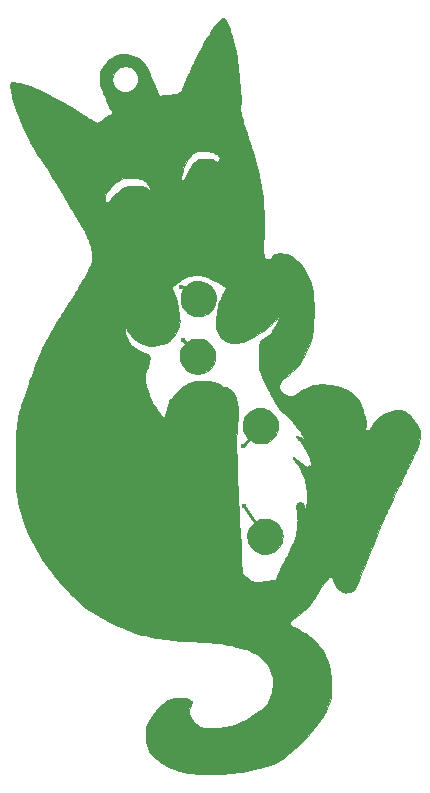
<source format=gbr>
%TF.GenerationSoftware,KiCad,Pcbnew,(6.0.4)*%
%TF.CreationDate,2022-09-08T21:09:09+03:00*%
%TF.ProjectId,purrCat2032,70757272-4361-4743-9230-33322e6b6963,rev?*%
%TF.SameCoordinates,Original*%
%TF.FileFunction,Copper,L1,Top*%
%TF.FilePolarity,Positive*%
%FSLAX46Y46*%
G04 Gerber Fmt 4.6, Leading zero omitted, Abs format (unit mm)*
G04 Created by KiCad (PCBNEW (6.0.4)) date 2022-09-08 21:09:09*
%MOMM*%
%LPD*%
G01*
G04 APERTURE LIST*
%TA.AperFunction,EtchedComponent*%
%ADD10C,0.010000*%
%TD*%
%TA.AperFunction,ViaPad*%
%ADD11C,0.400000*%
%TD*%
%TA.AperFunction,Conductor*%
%ADD12C,0.250000*%
%TD*%
G04 APERTURE END LIST*
%TO.C,Ref\u002A\u002A*%
G36*
X33989773Y-41673506D02*
G01*
X34148112Y-41698269D01*
X34301812Y-41744299D01*
X34467445Y-41815490D01*
X34487553Y-41825244D01*
X34577943Y-41872935D01*
X34656095Y-41923539D01*
X34733700Y-41985863D01*
X34822453Y-42068717D01*
X34859712Y-42105594D01*
X34952094Y-42201166D01*
X35020753Y-42281317D01*
X35074485Y-42357728D01*
X35122087Y-42442082D01*
X35139960Y-42477753D01*
X35184121Y-42574887D01*
X35224378Y-42675416D01*
X35253821Y-42761728D01*
X35259743Y-42783122D01*
X35300788Y-43027167D01*
X35301680Y-43268380D01*
X35264583Y-43502836D01*
X35191665Y-43726606D01*
X35085090Y-43935764D01*
X34947023Y-44126383D01*
X34779632Y-44294535D01*
X34585081Y-44436293D01*
X34365535Y-44547730D01*
X34266346Y-44584563D01*
X34122804Y-44620841D01*
X33958057Y-44643902D01*
X33787537Y-44652868D01*
X33626673Y-44646861D01*
X33503303Y-44628017D01*
X33256231Y-44550210D01*
X33031324Y-44437796D01*
X32831223Y-44293161D01*
X32658571Y-44118694D01*
X32516007Y-43916783D01*
X32406173Y-43689817D01*
X32377673Y-43610170D01*
X32352757Y-43527994D01*
X32336290Y-43453608D01*
X32326521Y-43373780D01*
X32321698Y-43275278D01*
X32320239Y-43176253D01*
X32322349Y-43022132D01*
X32331566Y-42900808D01*
X32348670Y-42803222D01*
X32354256Y-42781526D01*
X32440621Y-42544664D01*
X32562382Y-42327989D01*
X32716428Y-42135238D01*
X32899648Y-41970146D01*
X33108929Y-41836449D01*
X33164637Y-41808520D01*
X33336885Y-41736940D01*
X33502686Y-41692006D01*
X33679077Y-41669957D01*
X33810220Y-41666117D01*
X33989773Y-41673506D01*
G37*
D10*
X33989773Y-41673506D02*
X34148112Y-41698269D01*
X34301812Y-41744299D01*
X34467445Y-41815490D01*
X34487553Y-41825244D01*
X34577943Y-41872935D01*
X34656095Y-41923539D01*
X34733700Y-41985863D01*
X34822453Y-42068717D01*
X34859712Y-42105594D01*
X34952094Y-42201166D01*
X35020753Y-42281317D01*
X35074485Y-42357728D01*
X35122087Y-42442082D01*
X35139960Y-42477753D01*
X35184121Y-42574887D01*
X35224378Y-42675416D01*
X35253821Y-42761728D01*
X35259743Y-42783122D01*
X35300788Y-43027167D01*
X35301680Y-43268380D01*
X35264583Y-43502836D01*
X35191665Y-43726606D01*
X35085090Y-43935764D01*
X34947023Y-44126383D01*
X34779632Y-44294535D01*
X34585081Y-44436293D01*
X34365535Y-44547730D01*
X34266346Y-44584563D01*
X34122804Y-44620841D01*
X33958057Y-44643902D01*
X33787537Y-44652868D01*
X33626673Y-44646861D01*
X33503303Y-44628017D01*
X33256231Y-44550210D01*
X33031324Y-44437796D01*
X32831223Y-44293161D01*
X32658571Y-44118694D01*
X32516007Y-43916783D01*
X32406173Y-43689817D01*
X32377673Y-43610170D01*
X32352757Y-43527994D01*
X32336290Y-43453608D01*
X32326521Y-43373780D01*
X32321698Y-43275278D01*
X32320239Y-43176253D01*
X32322349Y-43022132D01*
X32331566Y-42900808D01*
X32348670Y-42803222D01*
X32354256Y-42781526D01*
X32440621Y-42544664D01*
X32562382Y-42327989D01*
X32716428Y-42135238D01*
X32899648Y-41970146D01*
X33108929Y-41836449D01*
X33164637Y-41808520D01*
X33336885Y-41736940D01*
X33502686Y-41692006D01*
X33679077Y-41669957D01*
X33810220Y-41666117D01*
X33989773Y-41673506D01*
G36*
X34010141Y-36801192D02*
G01*
X34037557Y-36804564D01*
X34288295Y-36857738D01*
X34518946Y-36946209D01*
X34726895Y-37067167D01*
X34909525Y-37217799D01*
X35064222Y-37395293D01*
X35188369Y-37596838D01*
X35279350Y-37819622D01*
X35334551Y-38060832D01*
X35349488Y-38214857D01*
X35350045Y-38414783D01*
X35328339Y-38592346D01*
X35281134Y-38763000D01*
X35205192Y-38942201D01*
X35191161Y-38970696D01*
X35137073Y-39071760D01*
X35081860Y-39156507D01*
X35015440Y-39238529D01*
X34927733Y-39331413D01*
X34911409Y-39347833D01*
X34820564Y-39435700D01*
X34743926Y-39500853D01*
X34668347Y-39552887D01*
X34580679Y-39601398D01*
X34528856Y-39627016D01*
X34286855Y-39722391D01*
X34043176Y-39775569D01*
X33796806Y-39786684D01*
X33546736Y-39755867D01*
X33545637Y-39755641D01*
X33459867Y-39732222D01*
X33354084Y-39695000D01*
X33245521Y-39650296D01*
X33196387Y-39627506D01*
X33101838Y-39579181D01*
X33025185Y-39532672D01*
X32954397Y-39479070D01*
X32877445Y-39409468D01*
X32804011Y-39336934D01*
X32711757Y-39240635D01*
X32643179Y-39159779D01*
X32589501Y-39082621D01*
X32541948Y-38997417D01*
X32525402Y-38964086D01*
X32480948Y-38864451D01*
X32440110Y-38758948D01*
X32410057Y-38666486D01*
X32404486Y-38645234D01*
X32380216Y-38496269D01*
X32371186Y-38325117D01*
X32377204Y-38149013D01*
X32398077Y-37985189D01*
X32412553Y-37918945D01*
X32491735Y-37690216D01*
X32605027Y-37481087D01*
X32748345Y-37294357D01*
X32917606Y-37132828D01*
X33108726Y-36999300D01*
X33317623Y-36896572D01*
X33540214Y-36827444D01*
X33772414Y-36794718D01*
X34010141Y-36801192D01*
G37*
X34010141Y-36801192D02*
X34037557Y-36804564D01*
X34288295Y-36857738D01*
X34518946Y-36946209D01*
X34726895Y-37067167D01*
X34909525Y-37217799D01*
X35064222Y-37395293D01*
X35188369Y-37596838D01*
X35279350Y-37819622D01*
X35334551Y-38060832D01*
X35349488Y-38214857D01*
X35350045Y-38414783D01*
X35328339Y-38592346D01*
X35281134Y-38763000D01*
X35205192Y-38942201D01*
X35191161Y-38970696D01*
X35137073Y-39071760D01*
X35081860Y-39156507D01*
X35015440Y-39238529D01*
X34927733Y-39331413D01*
X34911409Y-39347833D01*
X34820564Y-39435700D01*
X34743926Y-39500853D01*
X34668347Y-39552887D01*
X34580679Y-39601398D01*
X34528856Y-39627016D01*
X34286855Y-39722391D01*
X34043176Y-39775569D01*
X33796806Y-39786684D01*
X33546736Y-39755867D01*
X33545637Y-39755641D01*
X33459867Y-39732222D01*
X33354084Y-39695000D01*
X33245521Y-39650296D01*
X33196387Y-39627506D01*
X33101838Y-39579181D01*
X33025185Y-39532672D01*
X32954397Y-39479070D01*
X32877445Y-39409468D01*
X32804011Y-39336934D01*
X32711757Y-39240635D01*
X32643179Y-39159779D01*
X32589501Y-39082621D01*
X32541948Y-38997417D01*
X32525402Y-38964086D01*
X32480948Y-38864451D01*
X32440110Y-38758948D01*
X32410057Y-38666486D01*
X32404486Y-38645234D01*
X32380216Y-38496269D01*
X32371186Y-38325117D01*
X32377204Y-38149013D01*
X32398077Y-37985189D01*
X32412553Y-37918945D01*
X32491735Y-37690216D01*
X32605027Y-37481087D01*
X32748345Y-37294357D01*
X32917606Y-37132828D01*
X33108726Y-36999300D01*
X33317623Y-36896572D01*
X33540214Y-36827444D01*
X33772414Y-36794718D01*
X34010141Y-36801192D01*
G36*
X21851224Y-40331520D02*
G01*
X21865650Y-40308170D01*
X21927808Y-40208151D01*
X22009682Y-40077216D01*
X22108249Y-39920157D01*
X22220489Y-39741768D01*
X22343379Y-39546841D01*
X22473900Y-39340169D01*
X22609029Y-39126546D01*
X22745746Y-38910764D01*
X22859663Y-38731253D01*
X23061553Y-38412946D01*
X23242225Y-38127145D01*
X23403516Y-37870854D01*
X23547264Y-37641073D01*
X23675305Y-37434806D01*
X23789476Y-37249055D01*
X23891614Y-37080821D01*
X23983556Y-36927106D01*
X24067140Y-36784914D01*
X24144202Y-36651245D01*
X24216579Y-36523103D01*
X24253981Y-36455836D01*
X24347819Y-36282656D01*
X24443020Y-36100542D01*
X24536261Y-35916352D01*
X24624219Y-35736944D01*
X24703569Y-35569173D01*
X24770989Y-35419898D01*
X24823156Y-35295975D01*
X24848145Y-35229901D01*
X24907070Y-35062299D01*
X24881492Y-34647818D01*
X24866838Y-34441517D01*
X24849174Y-34266430D01*
X24826175Y-34111446D01*
X24795519Y-33965451D01*
X24754882Y-33817332D01*
X24701939Y-33655976D01*
X24636386Y-33475655D01*
X24582015Y-33332188D01*
X24530806Y-33201404D01*
X24480630Y-33079252D01*
X24429358Y-32961680D01*
X24374862Y-32844639D01*
X24315012Y-32724076D01*
X24247681Y-32595942D01*
X24170739Y-32456186D01*
X24082058Y-32300755D01*
X23979509Y-32125601D01*
X23860964Y-31926671D01*
X23724293Y-31699915D01*
X23567369Y-31441282D01*
X23567232Y-31441057D01*
X23457556Y-31259777D01*
X23343551Y-31069729D01*
X23229763Y-30878606D01*
X23120742Y-30694100D01*
X23021036Y-30523903D01*
X22935193Y-30375707D01*
X22877869Y-30275170D01*
X22726963Y-30007734D01*
X22665223Y-29898499D01*
X25948199Y-29898499D01*
X25957387Y-29998650D01*
X25982014Y-30067576D01*
X26024622Y-30110191D01*
X26087754Y-30131406D01*
X26145489Y-30136154D01*
X26183477Y-30132935D01*
X26219439Y-30117682D01*
X26261820Y-30084502D01*
X26319064Y-30027507D01*
X26352896Y-29991472D01*
X26420849Y-29916455D01*
X26504773Y-29821044D01*
X26593872Y-29717640D01*
X26675244Y-29621175D01*
X26766908Y-29515371D01*
X26855469Y-29423871D01*
X26951900Y-29336446D01*
X27067178Y-29242865D01*
X27145171Y-29183115D01*
X27242812Y-29109043D01*
X27331202Y-29041326D01*
X27403638Y-28985149D01*
X27453419Y-28945697D01*
X27470803Y-28931164D01*
X27523572Y-28898818D01*
X27609078Y-28863462D01*
X27718100Y-28827709D01*
X27841419Y-28794167D01*
X27969812Y-28765448D01*
X28094058Y-28744161D01*
X28158720Y-28736428D01*
X28321634Y-28726019D01*
X28502099Y-28723411D01*
X28687237Y-28728121D01*
X28864172Y-28739667D01*
X29020026Y-28757567D01*
X29100637Y-28771690D01*
X29264874Y-28813837D01*
X29399777Y-28868250D01*
X29517943Y-28941386D01*
X29631969Y-29039702D01*
X29641221Y-29048781D01*
X29708195Y-29113368D01*
X29753269Y-29151340D01*
X29783370Y-29167083D01*
X29805427Y-29164983D01*
X29815184Y-29158929D01*
X29833742Y-29140780D01*
X29837933Y-29116993D01*
X29826784Y-29076152D01*
X29802985Y-29015753D01*
X29749660Y-28902164D01*
X29679542Y-28776408D01*
X29599135Y-28648210D01*
X29514942Y-28527295D01*
X29433465Y-28423391D01*
X29361209Y-28346221D01*
X29346699Y-28333377D01*
X29228745Y-28251341D01*
X29087504Y-28185581D01*
X28960786Y-28147735D01*
X32393310Y-28147735D01*
X32394625Y-28197464D01*
X32404865Y-28226957D01*
X32424517Y-28246309D01*
X32491773Y-28271667D01*
X32573243Y-28267947D01*
X32646895Y-28239305D01*
X32691041Y-28200845D01*
X32720679Y-28140408D01*
X32732726Y-28097225D01*
X32764322Y-27997099D01*
X32816011Y-27870049D01*
X32883647Y-27723858D01*
X32963082Y-27566310D01*
X33050170Y-27405188D01*
X33140766Y-27248274D01*
X33230721Y-27103352D01*
X33315891Y-26978204D01*
X33360322Y-26919189D01*
X33456422Y-26804628D01*
X33556169Y-26698300D01*
X33653634Y-26605554D01*
X33742885Y-26531739D01*
X33817993Y-26482204D01*
X33865815Y-26463271D01*
X33908890Y-26459700D01*
X33987380Y-26457644D01*
X34094390Y-26457105D01*
X34223029Y-26458083D01*
X34366403Y-26460580D01*
X34470193Y-26463184D01*
X34995022Y-26478022D01*
X35164798Y-26573497D01*
X35279984Y-26633962D01*
X35369598Y-26669640D01*
X35441193Y-26682105D01*
X35502324Y-26672927D01*
X35545812Y-26652808D01*
X35625209Y-26584763D01*
X35669782Y-26497817D01*
X35678207Y-26398948D01*
X35649159Y-26295138D01*
X35622720Y-26247449D01*
X35583795Y-26205758D01*
X35514873Y-26150012D01*
X35423677Y-26085374D01*
X35317931Y-26017008D01*
X35205357Y-25950076D01*
X35093680Y-25889742D01*
X35069637Y-25877688D01*
X34955628Y-25836788D01*
X34801544Y-25806579D01*
X34608298Y-25787177D01*
X34376806Y-25778699D01*
X34285036Y-25778340D01*
X34117025Y-25779788D01*
X33984088Y-25783686D01*
X33878977Y-25791438D01*
X33794445Y-25804452D01*
X33723246Y-25824134D01*
X33658132Y-25851890D01*
X33591857Y-25889127D01*
X33538381Y-25923235D01*
X33442551Y-25991804D01*
X33349656Y-26071181D01*
X33253825Y-26167360D01*
X33149184Y-26286335D01*
X33029864Y-26434097D01*
X32998795Y-26473987D01*
X32844508Y-26705173D01*
X32713170Y-26969872D01*
X32606032Y-27265249D01*
X32539709Y-27516701D01*
X32515131Y-27616413D01*
X32487139Y-27715266D01*
X32460986Y-27794969D01*
X32455938Y-27808277D01*
X32431372Y-27888070D01*
X32410442Y-27986573D01*
X32399403Y-28066927D01*
X32393310Y-28147735D01*
X28960786Y-28147735D01*
X28920168Y-28135604D01*
X28723932Y-28100916D01*
X28495989Y-28081026D01*
X28233532Y-28075439D01*
X27933756Y-28083664D01*
X27926835Y-28083991D01*
X27536201Y-28102598D01*
X27238919Y-28249762D01*
X27103153Y-28319201D01*
X26994912Y-28380636D01*
X26902366Y-28441664D01*
X26813686Y-28509882D01*
X26750462Y-28563465D01*
X26660248Y-28644095D01*
X26581659Y-28719911D01*
X26508977Y-28797733D01*
X26436484Y-28884385D01*
X26358460Y-28986689D01*
X26269189Y-29111467D01*
X26167148Y-29259388D01*
X25964159Y-29556821D01*
X25951905Y-29762212D01*
X25948199Y-29898499D01*
X22665223Y-29898499D01*
X22593126Y-29770940D01*
X22473702Y-29560456D01*
X22366034Y-29371948D01*
X22267464Y-29201085D01*
X22175335Y-29043534D01*
X22086991Y-28894962D01*
X21999774Y-28751037D01*
X21911027Y-28607427D01*
X21818092Y-28459798D01*
X21718314Y-28303819D01*
X21609035Y-28135157D01*
X21487597Y-27949479D01*
X21351344Y-27742452D01*
X21197618Y-27509746D01*
X21023763Y-27247026D01*
X20982594Y-27184836D01*
X20788596Y-26891330D01*
X20616392Y-26629698D01*
X20464017Y-26396776D01*
X20329505Y-26189399D01*
X20210893Y-26004404D01*
X20106215Y-25838626D01*
X20013507Y-25688903D01*
X19930803Y-25552068D01*
X19856138Y-25424960D01*
X19787548Y-25304413D01*
X19723068Y-25187264D01*
X19660733Y-25070348D01*
X19615544Y-24983503D01*
X19486077Y-24725416D01*
X19348643Y-24438682D01*
X19206503Y-24130905D01*
X19062920Y-23809685D01*
X18921157Y-23482625D01*
X18784474Y-23157328D01*
X18656134Y-22841394D01*
X18539400Y-22542427D01*
X18437534Y-22268029D01*
X18380289Y-22104836D01*
X18292021Y-21832968D01*
X18210853Y-21557435D01*
X18138344Y-21284948D01*
X18076052Y-21022219D01*
X18025534Y-20775958D01*
X17988350Y-20552876D01*
X17966056Y-20359684D01*
X17962267Y-20304293D01*
X17958471Y-20183804D01*
X17963640Y-20097953D01*
X17979790Y-20039623D01*
X18008937Y-20001692D01*
X18053097Y-19977040D01*
X18055142Y-19976253D01*
X18110458Y-19968149D01*
X18199971Y-19970447D01*
X18317167Y-19981953D01*
X18455529Y-20001474D01*
X18608543Y-20027815D01*
X18769691Y-20059781D01*
X18932458Y-20096178D01*
X19090329Y-20135813D01*
X19236788Y-20177490D01*
X19344388Y-20212559D01*
X19578314Y-20299436D01*
X19841743Y-20405980D01*
X20128406Y-20529229D01*
X20432029Y-20666218D01*
X20746341Y-20813984D01*
X21065070Y-20969564D01*
X21381943Y-21129995D01*
X21690690Y-21292312D01*
X21985038Y-21453553D01*
X22058129Y-21494760D01*
X22347037Y-21659620D01*
X22641084Y-21829204D01*
X22935957Y-22000931D01*
X23227342Y-22172220D01*
X23510925Y-22340488D01*
X23782392Y-22503153D01*
X24037431Y-22657634D01*
X24271727Y-22801348D01*
X24480967Y-22931715D01*
X24660836Y-23046151D01*
X24777401Y-23122314D01*
X24915310Y-23213713D01*
X25023415Y-23283879D01*
X25107334Y-23334759D01*
X25172689Y-23368298D01*
X25225098Y-23386442D01*
X25270180Y-23391137D01*
X25313556Y-23384329D01*
X25360846Y-23367964D01*
X25417637Y-23344000D01*
X25459029Y-23322015D01*
X25529259Y-23279959D01*
X25622241Y-23221682D01*
X25731887Y-23151036D01*
X25852109Y-23071872D01*
X25926865Y-23021834D01*
X26054981Y-22936231D01*
X26180245Y-22853792D01*
X26295535Y-22779110D01*
X26393729Y-22716778D01*
X26467705Y-22671388D01*
X26493756Y-22656274D01*
X26636086Y-22576679D01*
X26591358Y-22510091D01*
X26549012Y-22438988D01*
X26493357Y-22332864D01*
X26426445Y-22196146D01*
X26350326Y-22033262D01*
X26267052Y-21848639D01*
X26178673Y-21646703D01*
X26087242Y-21431883D01*
X26045674Y-21332253D01*
X25979212Y-21172768D01*
X25911837Y-21012562D01*
X25847005Y-20859746D01*
X25788172Y-20722431D01*
X25738794Y-20608729D01*
X25704784Y-20532163D01*
X25638005Y-20377916D01*
X25589820Y-20246487D01*
X25557378Y-20124643D01*
X25537825Y-19999150D01*
X25528312Y-19856778D01*
X25525977Y-19702420D01*
X25526643Y-19636690D01*
X26603775Y-19636690D01*
X26609329Y-19843849D01*
X26656813Y-20049202D01*
X26676788Y-20103914D01*
X26771190Y-20289127D01*
X26896132Y-20450065D01*
X27046542Y-20584091D01*
X27217347Y-20688565D01*
X27403475Y-20760848D01*
X27599853Y-20798302D01*
X27801410Y-20798288D01*
X27958481Y-20770692D01*
X28125538Y-20715999D01*
X28269103Y-20640703D01*
X28403331Y-20536604D01*
X28465998Y-20476625D01*
X28602986Y-20318376D01*
X28700765Y-20156793D01*
X28762299Y-19984867D01*
X28790554Y-19795593D01*
X28793202Y-19703264D01*
X28774890Y-19490044D01*
X28720199Y-19296683D01*
X28627314Y-19118597D01*
X28495984Y-18952873D01*
X28338867Y-18813426D01*
X28165991Y-18710272D01*
X27982122Y-18642676D01*
X27792025Y-18609908D01*
X27600467Y-18611234D01*
X27412214Y-18645922D01*
X27232032Y-18713239D01*
X27064686Y-18812452D01*
X26914943Y-18942829D01*
X26787568Y-19103637D01*
X26718028Y-19226170D01*
X26640045Y-19430030D01*
X26603775Y-19636690D01*
X25526643Y-19636690D01*
X25527418Y-19560391D01*
X25532712Y-19448122D01*
X25543032Y-19353126D01*
X25559552Y-19262915D01*
X25572488Y-19207659D01*
X25663070Y-18924634D01*
X25786363Y-18664962D01*
X25939125Y-18429896D01*
X26118116Y-18220685D01*
X26320096Y-18038581D01*
X26541822Y-17884835D01*
X26780054Y-17760698D01*
X27031551Y-17667420D01*
X27293072Y-17606253D01*
X27561377Y-17578448D01*
X27833224Y-17585256D01*
X28105372Y-17627928D01*
X28374581Y-17707715D01*
X28637609Y-17825868D01*
X28838568Y-17946933D01*
X29063525Y-18122500D01*
X29259938Y-18326250D01*
X29429493Y-18560353D01*
X29573880Y-18826975D01*
X29637082Y-18972962D01*
X29662690Y-19035592D01*
X29702837Y-19132240D01*
X29755452Y-19257982D01*
X29818463Y-19407899D01*
X29889799Y-19577067D01*
X29967387Y-19760567D01*
X30049156Y-19953476D01*
X30125539Y-20133255D01*
X30205723Y-20322141D01*
X30280613Y-20499286D01*
X30348612Y-20660861D01*
X30408121Y-20803033D01*
X30457543Y-20921972D01*
X30495281Y-21013846D01*
X30519735Y-21074824D01*
X30529309Y-21101075D01*
X30529386Y-21101630D01*
X30530030Y-21110962D01*
X30536151Y-21116662D01*
X30554039Y-21118280D01*
X30589980Y-21115367D01*
X30650263Y-21107473D01*
X30741175Y-21094149D01*
X30838508Y-21079530D01*
X30960749Y-21063160D01*
X31109119Y-21046380D01*
X31267466Y-21030851D01*
X31419637Y-21018234D01*
X31467008Y-21014909D01*
X31699563Y-20995274D01*
X31894479Y-20968139D01*
X32056169Y-20930883D01*
X32189045Y-20880886D01*
X32297521Y-20815528D01*
X32386008Y-20732190D01*
X32458918Y-20628250D01*
X32520665Y-20501089D01*
X32572296Y-20358586D01*
X32595152Y-20297259D01*
X32634938Y-20201427D01*
X32690013Y-20074625D01*
X32758735Y-19920390D01*
X32839461Y-19742258D01*
X32930550Y-19543766D01*
X33030358Y-19328448D01*
X33137245Y-19099841D01*
X33249568Y-18861482D01*
X33365685Y-18616906D01*
X33483954Y-18369650D01*
X33602732Y-18123249D01*
X33720378Y-17881240D01*
X33766567Y-17786836D01*
X33940493Y-17435696D01*
X34101705Y-17118294D01*
X34253284Y-16829091D01*
X34398310Y-16562549D01*
X34539865Y-16313129D01*
X34681029Y-16075293D01*
X34824884Y-15843501D01*
X34974509Y-15612217D01*
X34985157Y-15596086D01*
X35160600Y-15337574D01*
X35320427Y-15117264D01*
X35465790Y-14934486D01*
X35597838Y-14788568D01*
X35717722Y-14678842D01*
X35826591Y-14604637D01*
X35925596Y-14565282D01*
X36015886Y-14560108D01*
X36098613Y-14588444D01*
X36174926Y-14649619D01*
X36245975Y-14742964D01*
X36295814Y-14832306D01*
X36332143Y-14911319D01*
X36371843Y-15010331D01*
X36415950Y-15132517D01*
X36465504Y-15281052D01*
X36521542Y-15459112D01*
X36585101Y-15669873D01*
X36657220Y-15916511D01*
X36708020Y-16093503D01*
X36756461Y-16262318D01*
X36806052Y-16433412D01*
X36854232Y-16598067D01*
X36898436Y-16747566D01*
X36936103Y-16873192D01*
X36963139Y-16961336D01*
X36989048Y-17045027D01*
X37012377Y-17123226D01*
X37033530Y-17198928D01*
X37052911Y-17275131D01*
X37070922Y-17354828D01*
X37087967Y-17441017D01*
X37104451Y-17536693D01*
X37120776Y-17644851D01*
X37137346Y-17768488D01*
X37154565Y-17910599D01*
X37172837Y-18074179D01*
X37192564Y-18262225D01*
X37214151Y-18477732D01*
X37238001Y-18723697D01*
X37264518Y-19003114D01*
X37294106Y-19318979D01*
X37323906Y-19639193D01*
X37354389Y-19969216D01*
X37380808Y-20260329D01*
X37403332Y-20515741D01*
X37422132Y-20738663D01*
X37437377Y-20932306D01*
X37449237Y-21099879D01*
X37457883Y-21244594D01*
X37463483Y-21369660D01*
X37466209Y-21478287D01*
X37466229Y-21573687D01*
X37463714Y-21659070D01*
X37458833Y-21737645D01*
X37451757Y-21812623D01*
X37442807Y-21886074D01*
X37429876Y-21994674D01*
X37421653Y-22097182D01*
X37418936Y-22197487D01*
X37422525Y-22299483D01*
X37433216Y-22407060D01*
X37451808Y-22524111D01*
X37479100Y-22654527D01*
X37515890Y-22802200D01*
X37562976Y-22971020D01*
X37621156Y-23164881D01*
X37691229Y-23387674D01*
X37773993Y-23643289D01*
X37851761Y-23879729D01*
X37983425Y-24281799D01*
X38112801Y-24683973D01*
X38238587Y-25081926D01*
X38359484Y-25471332D01*
X38474188Y-25847866D01*
X38581400Y-26207202D01*
X38679818Y-26545016D01*
X38768141Y-26856982D01*
X38845068Y-27138774D01*
X38909297Y-27386067D01*
X38922440Y-27438836D01*
X39027880Y-27892827D01*
X39118866Y-28343627D01*
X39196649Y-28799603D01*
X39262484Y-29269124D01*
X39317625Y-29760559D01*
X39363325Y-30282275D01*
X39377508Y-30476253D01*
X39388123Y-30661190D01*
X39396980Y-30881700D01*
X39404053Y-31131060D01*
X39409314Y-31402544D01*
X39412737Y-31689429D01*
X39414294Y-31984990D01*
X39413959Y-32282503D01*
X39411705Y-32575243D01*
X39407504Y-32856486D01*
X39401329Y-33119508D01*
X39393153Y-33357584D01*
X39389440Y-33441710D01*
X39378632Y-33688625D01*
X39371590Y-33897781D01*
X39368415Y-34073594D01*
X39369210Y-34220480D01*
X39374074Y-34342853D01*
X39383109Y-34445131D01*
X39396417Y-34531728D01*
X39414099Y-34607059D01*
X39416342Y-34614939D01*
X39463979Y-34737154D01*
X39528332Y-34841500D01*
X39603687Y-34921649D01*
X39684333Y-34971275D01*
X39750232Y-34984753D01*
X39817797Y-34976554D01*
X39880677Y-34948707D01*
X39945301Y-34896336D01*
X40018096Y-34814564D01*
X40078359Y-34735859D01*
X40138940Y-34658144D01*
X40197146Y-34591456D01*
X40244726Y-34544875D01*
X40265385Y-34530015D01*
X40363303Y-34495321D01*
X40500025Y-34471878D01*
X40673483Y-34459905D01*
X40881609Y-34459620D01*
X40919133Y-34460712D01*
X41112186Y-34472050D01*
X41274335Y-34494155D01*
X41416321Y-34530178D01*
X41548881Y-34583270D01*
X41682756Y-34656583D01*
X41763575Y-34708498D01*
X41875455Y-34788292D01*
X42003827Y-34887716D01*
X42139563Y-34998983D01*
X42273537Y-35114310D01*
X42396622Y-35225913D01*
X42499691Y-35326006D01*
X42549483Y-35378809D01*
X42718424Y-35590651D01*
X42879704Y-35838783D01*
X43031010Y-36117502D01*
X43170028Y-36421103D01*
X43294444Y-36743882D01*
X43401946Y-37080135D01*
X43490220Y-37424159D01*
X43556951Y-37770249D01*
X43577957Y-37914538D01*
X43604386Y-38160824D01*
X43624111Y-38441529D01*
X43636911Y-38749239D01*
X43642560Y-39076537D01*
X43640837Y-39416009D01*
X43632651Y-39729877D01*
X43619670Y-40058043D01*
X43605620Y-40348329D01*
X43589866Y-40605188D01*
X43571774Y-40833070D01*
X43550709Y-41036427D01*
X43526036Y-41219711D01*
X43497120Y-41387374D01*
X43463327Y-41543866D01*
X43424021Y-41693640D01*
X43378569Y-41841147D01*
X43326336Y-41990839D01*
X43300380Y-42060282D01*
X43212999Y-42280843D01*
X43114881Y-42512691D01*
X43009412Y-42748830D01*
X42899976Y-42982260D01*
X42789958Y-43205983D01*
X42682745Y-43413001D01*
X42581721Y-43596315D01*
X42490272Y-43748928D01*
X42463617Y-43790086D01*
X42337288Y-43959851D01*
X42175785Y-44142358D01*
X41982911Y-44333828D01*
X41762467Y-44530479D01*
X41525520Y-44722895D01*
X41313194Y-44891844D01*
X41136118Y-45041544D01*
X40992678Y-45173555D01*
X40881257Y-45289436D01*
X40800241Y-45390747D01*
X40753165Y-45468383D01*
X40701007Y-45608245D01*
X40687565Y-45743351D01*
X40713461Y-45875080D01*
X40779316Y-46004809D01*
X40885752Y-46133918D01*
X41033392Y-46263784D01*
X41150296Y-46348273D01*
X41314691Y-46450452D01*
X41459838Y-46519493D01*
X41591369Y-46556506D01*
X41714919Y-46562603D01*
X41836121Y-46538894D01*
X41929577Y-46501887D01*
X41987527Y-46470807D01*
X42072389Y-46420454D01*
X42176317Y-46355723D01*
X42291465Y-46281508D01*
X42409988Y-46202703D01*
X42419395Y-46196337D01*
X42650312Y-46044936D01*
X42858448Y-45920178D01*
X43050959Y-45818775D01*
X43235003Y-45737441D01*
X43417739Y-45672890D01*
X43606323Y-45621834D01*
X43726803Y-45596009D01*
X43843617Y-45579237D01*
X43993121Y-45567071D01*
X44165925Y-45559508D01*
X44352637Y-45556545D01*
X44543866Y-45558178D01*
X44730222Y-45564405D01*
X44902312Y-45575222D01*
X45050746Y-45590627D01*
X45091299Y-45596460D01*
X45513143Y-45679328D01*
X45904306Y-45791316D01*
X46264865Y-45932460D01*
X46594898Y-46102794D01*
X46894481Y-46302354D01*
X47161962Y-46529517D01*
X47255611Y-46623052D01*
X47337815Y-46715207D01*
X47411010Y-46810859D01*
X47477631Y-46914886D01*
X47540116Y-47032164D01*
X47600900Y-47167570D01*
X47662419Y-47325983D01*
X47727108Y-47512278D01*
X47797405Y-47731334D01*
X47853376Y-47913787D01*
X47917171Y-48125823D01*
X47969036Y-48302615D01*
X48009729Y-48449304D01*
X48040011Y-48571032D01*
X48060641Y-48672941D01*
X48072378Y-48760172D01*
X48075984Y-48837868D01*
X48072216Y-48911169D01*
X48061835Y-48985219D01*
X48045600Y-49065158D01*
X48032092Y-49123453D01*
X48011237Y-49216093D01*
X48001089Y-49278701D01*
X48000966Y-49322017D01*
X48010184Y-49356783D01*
X48016364Y-49370765D01*
X48060017Y-49420893D01*
X48123835Y-49438314D01*
X48202912Y-49424434D01*
X48292343Y-49380657D01*
X48387222Y-49308387D01*
X48449528Y-49246757D01*
X48496372Y-49187319D01*
X48552589Y-49103180D01*
X48609421Y-49007895D01*
X48638512Y-48954220D01*
X48755855Y-48765860D01*
X48907718Y-48587276D01*
X49095798Y-48417023D01*
X49321792Y-48253661D01*
X49587398Y-48095745D01*
X49744958Y-48013690D01*
X50026368Y-47889741D01*
X50301800Y-47800973D01*
X50568576Y-47747611D01*
X50824017Y-47729882D01*
X51065443Y-47748011D01*
X51290175Y-47802224D01*
X51452637Y-47869948D01*
X51548594Y-47932345D01*
X51658588Y-48027268D01*
X51778458Y-48149018D01*
X51904041Y-48291899D01*
X52031175Y-48450214D01*
X52155698Y-48618266D01*
X52273449Y-48790358D01*
X52380264Y-48960794D01*
X52471982Y-49123877D01*
X52544441Y-49273909D01*
X52593478Y-49405193D01*
X52604573Y-49446670D01*
X52633628Y-49633223D01*
X52642161Y-49846338D01*
X52630666Y-50075826D01*
X52599636Y-50311499D01*
X52551919Y-50534134D01*
X52533562Y-50601288D01*
X52512455Y-50669876D01*
X52487105Y-50743257D01*
X52456022Y-50824791D01*
X52417714Y-50917836D01*
X52370689Y-51025752D01*
X52313455Y-51151898D01*
X52244521Y-51299635D01*
X52162395Y-51472321D01*
X52065585Y-51673316D01*
X51952600Y-51905979D01*
X51843413Y-52129753D01*
X51743954Y-52333300D01*
X51654990Y-52515438D01*
X51574568Y-52680212D01*
X51500736Y-52831662D01*
X51431539Y-52973832D01*
X51365026Y-53110764D01*
X51299243Y-53246500D01*
X51232238Y-53385085D01*
X51162056Y-53530559D01*
X51086747Y-53686966D01*
X51004355Y-53858349D01*
X50912930Y-54048749D01*
X50810517Y-54262210D01*
X50695163Y-54502774D01*
X50564916Y-54774484D01*
X50457865Y-54997836D01*
X50347998Y-55226932D01*
X50248982Y-55433310D01*
X50159545Y-55619917D01*
X50078413Y-55789701D01*
X50004314Y-55945607D01*
X49935977Y-56090584D01*
X49872127Y-56227579D01*
X49811494Y-56359538D01*
X49752804Y-56489409D01*
X49694785Y-56620138D01*
X49636165Y-56754674D01*
X49575670Y-56895963D01*
X49512029Y-57046952D01*
X49443969Y-57210589D01*
X49370218Y-57389819D01*
X49289503Y-57587592D01*
X49200551Y-57806853D01*
X49102091Y-58050550D01*
X48992849Y-58321630D01*
X48871553Y-58623040D01*
X48736931Y-58957727D01*
X48587711Y-59328639D01*
X48584345Y-59337003D01*
X48411579Y-59766382D01*
X48253902Y-60158305D01*
X48110539Y-60514563D01*
X47980718Y-60836949D01*
X47863663Y-61127256D01*
X47758602Y-61387275D01*
X47664761Y-61618799D01*
X47581365Y-61823621D01*
X47507640Y-62003532D01*
X47442814Y-62160325D01*
X47386111Y-62295792D01*
X47336759Y-62411726D01*
X47293983Y-62509919D01*
X47257009Y-62592164D01*
X47225064Y-62660252D01*
X47197373Y-62715976D01*
X47173164Y-62761129D01*
X47151661Y-62797502D01*
X47132092Y-62826889D01*
X47113682Y-62851080D01*
X47095657Y-62871870D01*
X47077244Y-62891050D01*
X47057668Y-62910412D01*
X47036157Y-62931749D01*
X47029270Y-62938742D01*
X46959221Y-63005069D01*
X46891056Y-63055060D01*
X46815799Y-63092298D01*
X46724473Y-63120368D01*
X46608100Y-63142854D01*
X46470624Y-63161759D01*
X46344604Y-63172677D01*
X46237040Y-63169345D01*
X46140134Y-63148523D01*
X46046088Y-63106971D01*
X45947105Y-63041450D01*
X45835386Y-62948719D01*
X45735214Y-62856200D01*
X45630415Y-62750343D01*
X45548466Y-62650371D01*
X45481856Y-62544349D01*
X45423072Y-62420340D01*
X45365260Y-62268266D01*
X45313561Y-62125834D01*
X45270811Y-62019195D01*
X45234378Y-61943427D01*
X45201626Y-61893603D01*
X45169921Y-61864801D01*
X45143402Y-61853551D01*
X45070055Y-61856322D01*
X44981454Y-61896201D01*
X44879171Y-61971452D01*
X44764778Y-62080338D01*
X44639846Y-62221121D01*
X44505948Y-62392065D01*
X44364655Y-62591433D01*
X44217539Y-62817488D01*
X44107088Y-62998836D01*
X44030684Y-63125462D01*
X43941468Y-63269894D01*
X43850249Y-63414809D01*
X43767836Y-63542882D01*
X43763723Y-63549170D01*
X43641138Y-63733906D01*
X43528689Y-63896777D01*
X43421903Y-64042507D01*
X43316307Y-64175818D01*
X43207426Y-64301433D01*
X43090788Y-64424075D01*
X42961918Y-64548467D01*
X42816342Y-64679331D01*
X42649588Y-64821391D01*
X42457182Y-64979370D01*
X42255720Y-65141191D01*
X42120778Y-65249803D01*
X41995305Y-65352646D01*
X41883488Y-65446145D01*
X41789516Y-65526724D01*
X41717576Y-65590807D01*
X41671858Y-65634820D01*
X41657762Y-65651666D01*
X41626640Y-65727308D01*
X41628185Y-65801753D01*
X41662974Y-65887566D01*
X41669097Y-65898670D01*
X41684395Y-65923157D01*
X41703793Y-65946295D01*
X41731457Y-65970561D01*
X41771550Y-65998430D01*
X41828238Y-66032380D01*
X41905685Y-66074886D01*
X42008054Y-66128426D01*
X42139511Y-66195475D01*
X42304220Y-66278511D01*
X42327584Y-66290253D01*
X42518972Y-66387868D01*
X42695662Y-66480824D01*
X42852511Y-66566284D01*
X42984378Y-66641410D01*
X43086118Y-66703366D01*
X43131513Y-66733709D01*
X43234695Y-66813468D01*
X43357687Y-66919590D01*
X43493778Y-67045439D01*
X43636259Y-67184381D01*
X43778420Y-67329782D01*
X43913552Y-67475005D01*
X44034943Y-67613417D01*
X44095843Y-67687253D01*
X44307322Y-67965510D01*
X44487852Y-68236557D01*
X44639843Y-68506733D01*
X44765704Y-68782382D01*
X44867846Y-69069844D01*
X44948679Y-69375461D01*
X45010612Y-69705575D01*
X45056057Y-70066526D01*
X45073227Y-70259003D01*
X45081559Y-70388052D01*
X45088451Y-70541389D01*
X45093900Y-70713099D01*
X45097899Y-70897270D01*
X45100443Y-71087988D01*
X45101528Y-71279340D01*
X45101149Y-71465411D01*
X45099300Y-71640289D01*
X45095976Y-71798061D01*
X45091173Y-71932811D01*
X45084884Y-72038628D01*
X45077106Y-72109597D01*
X45074826Y-72121670D01*
X45013071Y-72353520D01*
X44924736Y-72609682D01*
X44812311Y-72883689D01*
X44678282Y-73169073D01*
X44651451Y-73222336D01*
X44591628Y-73331996D01*
X44511010Y-73468173D01*
X44414341Y-73623622D01*
X44306365Y-73791099D01*
X44191825Y-73963358D01*
X44075466Y-74133155D01*
X43962031Y-74293246D01*
X43857909Y-74434217D01*
X43745114Y-74578933D01*
X43611828Y-74743176D01*
X43463380Y-74920884D01*
X43305103Y-75105998D01*
X43142325Y-75292455D01*
X42980379Y-75474194D01*
X42824595Y-75645155D01*
X42680302Y-75799276D01*
X42552833Y-75930497D01*
X42473595Y-76008222D01*
X42362069Y-76111679D01*
X42224571Y-76234757D01*
X42068571Y-76371125D01*
X41901541Y-76514452D01*
X41730954Y-76658405D01*
X41564280Y-76796653D01*
X41408991Y-76922864D01*
X41272558Y-77030706D01*
X41215048Y-77074778D01*
X41006878Y-77225997D01*
X40802638Y-77360765D01*
X40596698Y-77481541D01*
X40383426Y-77590784D01*
X40157190Y-77690953D01*
X39912359Y-77784507D01*
X39643301Y-77873905D01*
X39344384Y-77961608D01*
X39009978Y-78050072D01*
X38943137Y-78066877D01*
X38577361Y-78154559D01*
X38226318Y-78230783D01*
X37883267Y-78296425D01*
X37541468Y-78352357D01*
X37194178Y-78399453D01*
X36834659Y-78438587D01*
X36456168Y-78470633D01*
X36051965Y-78496464D01*
X35615310Y-78516954D01*
X35412836Y-78524445D01*
X35227877Y-78530732D01*
X35076721Y-78535524D01*
X34950862Y-78538817D01*
X34841795Y-78540602D01*
X34741016Y-78540875D01*
X34640020Y-78539629D01*
X34530303Y-78536857D01*
X34403358Y-78532554D01*
X34250681Y-78526713D01*
X34170053Y-78523531D01*
X33753246Y-78500283D01*
X33365512Y-78463693D01*
X32995152Y-78411810D01*
X32630470Y-78342683D01*
X32259765Y-78254361D01*
X31871340Y-78144895D01*
X31837011Y-78134516D01*
X31597841Y-78054180D01*
X31372502Y-77961484D01*
X31154594Y-77852650D01*
X30937714Y-77723897D01*
X30715461Y-77571447D01*
X30481436Y-77391519D01*
X30247194Y-77195851D01*
X30074557Y-77037319D01*
X29934260Y-76885686D01*
X29819221Y-76732426D01*
X29722356Y-76569010D01*
X29715204Y-76555287D01*
X29607218Y-76322088D01*
X29525819Y-76088699D01*
X29468990Y-75846067D01*
X29434712Y-75585139D01*
X29420968Y-75296862D01*
X29420502Y-75233170D01*
X29420847Y-75096882D01*
X29423017Y-74992225D01*
X29428162Y-74908502D01*
X29437429Y-74835015D01*
X29451967Y-74761068D01*
X29472925Y-74675963D01*
X29485361Y-74628908D01*
X29573563Y-74351081D01*
X29689824Y-74076546D01*
X29837231Y-73799103D01*
X30018872Y-73512550D01*
X30096677Y-73401152D01*
X30256616Y-73197798D01*
X30446991Y-72989693D01*
X30658225Y-72785912D01*
X30880744Y-72595534D01*
X31104972Y-72427636D01*
X31169679Y-72383968D01*
X31296923Y-72305352D01*
X31418247Y-72242580D01*
X31541069Y-72193783D01*
X31672804Y-72157090D01*
X31820867Y-72130632D01*
X31992676Y-72112539D01*
X32195646Y-72100941D01*
X32307387Y-72097100D01*
X32459057Y-72093325D01*
X32576175Y-72092139D01*
X32666462Y-72093878D01*
X32737637Y-72098879D01*
X32797423Y-72107479D01*
X32853539Y-72120015D01*
X32857720Y-72121098D01*
X32977512Y-72159292D01*
X33091833Y-72208175D01*
X33191931Y-72262905D01*
X33269051Y-72318637D01*
X33314441Y-72370526D01*
X33316826Y-72375165D01*
X33329063Y-72404553D01*
X33333945Y-72433669D01*
X33329861Y-72470687D01*
X33315200Y-72523779D01*
X33288350Y-72601117D01*
X33253920Y-72694218D01*
X33181371Y-72903439D01*
X33129452Y-73086433D01*
X33098981Y-73239938D01*
X33090553Y-73345993D01*
X33106104Y-73472120D01*
X33149431Y-73615148D01*
X33215545Y-73765173D01*
X33299457Y-73912289D01*
X33396178Y-74046593D01*
X33498742Y-74156378D01*
X33596075Y-74238344D01*
X33711350Y-74324551D01*
X33834056Y-74408070D01*
X33953681Y-74481974D01*
X34059713Y-74539336D01*
X34120230Y-74565941D01*
X34196079Y-74592388D01*
X34270525Y-74613016D01*
X34349694Y-74628318D01*
X34439709Y-74638788D01*
X34546698Y-74644919D01*
X34676783Y-74647203D01*
X34836090Y-74646133D01*
X35030744Y-74642203D01*
X35059053Y-74641506D01*
X35394532Y-74629817D01*
X35694536Y-74611693D01*
X35965609Y-74585861D01*
X36214293Y-74551054D01*
X36447130Y-74506002D01*
X36670662Y-74449434D01*
X36891434Y-74380081D01*
X37115986Y-74296674D01*
X37350862Y-74197943D01*
X37355637Y-74195835D01*
X37619421Y-74071414D01*
X37903049Y-73923506D01*
X38196174Y-73758297D01*
X38488447Y-73581973D01*
X38769518Y-73400721D01*
X39029041Y-73220726D01*
X39197320Y-73094933D01*
X39319133Y-72993267D01*
X39444469Y-72876062D01*
X39565276Y-72751875D01*
X39673501Y-72629262D01*
X39761090Y-72516777D01*
X39806080Y-72448189D01*
X39887953Y-72287418D01*
X39966273Y-72093933D01*
X40038566Y-71877339D01*
X40102357Y-71647243D01*
X40155171Y-71413250D01*
X40194531Y-71184966D01*
X40217963Y-70971996D01*
X40223595Y-70827984D01*
X40211044Y-70629712D01*
X40175265Y-70409797D01*
X40119470Y-70177996D01*
X40046873Y-69944063D01*
X39960687Y-69717753D01*
X39864123Y-69508822D01*
X39760395Y-69327024D01*
X39701198Y-69241793D01*
X39465714Y-68961357D01*
X39199087Y-68700764D01*
X38911067Y-68469222D01*
X38805300Y-68395607D01*
X38624254Y-68282572D01*
X38432872Y-68179396D01*
X38226777Y-68084537D01*
X38001590Y-67996453D01*
X37752931Y-67913603D01*
X37476423Y-67834445D01*
X37167685Y-67757436D01*
X36822341Y-67681034D01*
X36710053Y-67657820D01*
X36381159Y-67592821D01*
X36072793Y-67536480D01*
X35778035Y-67488044D01*
X35489964Y-67446758D01*
X35201660Y-67411867D01*
X34906202Y-67382617D01*
X34596670Y-67358254D01*
X34266143Y-67338023D01*
X33907702Y-67321169D01*
X33514425Y-67306939D01*
X33482137Y-67305919D01*
X33120351Y-67293145D01*
X32789245Y-67278062D01*
X32479558Y-67259841D01*
X32182029Y-67237649D01*
X31887395Y-67210657D01*
X31586397Y-67178031D01*
X31269773Y-67138941D01*
X30928262Y-67092556D01*
X30636928Y-67050523D01*
X30262504Y-66992828D01*
X29923588Y-66934755D01*
X29613379Y-66874569D01*
X29325074Y-66810534D01*
X29051870Y-66740914D01*
X28786966Y-66663973D01*
X28523558Y-66577975D01*
X28254844Y-66481185D01*
X27974022Y-66371866D01*
X27968220Y-66369534D01*
X27682868Y-66250862D01*
X27373745Y-66115297D01*
X27049244Y-65966923D01*
X26717757Y-65809826D01*
X26387677Y-65648089D01*
X26067398Y-65485797D01*
X25765311Y-65327035D01*
X25489810Y-65175888D01*
X25343553Y-65092181D01*
X25181626Y-64995735D01*
X25008621Y-64889083D01*
X24831405Y-64776747D01*
X24656845Y-64663244D01*
X24491807Y-64553094D01*
X24343158Y-64450817D01*
X24217764Y-64360930D01*
X24126470Y-64291161D01*
X23963804Y-64154402D01*
X23778932Y-63988304D01*
X23575662Y-63796921D01*
X23357802Y-63584311D01*
X23129159Y-63354530D01*
X22893542Y-63111635D01*
X22654758Y-62859684D01*
X22416615Y-62602732D01*
X22182921Y-62344837D01*
X21957484Y-62090055D01*
X21744111Y-61842443D01*
X21546611Y-61606058D01*
X21368791Y-61384956D01*
X21234604Y-61210253D01*
X21023437Y-60915833D01*
X20805845Y-60589713D01*
X20585042Y-60237947D01*
X20364240Y-59866588D01*
X20146653Y-59481690D01*
X19935494Y-59089307D01*
X19733976Y-58695491D01*
X19545313Y-58306298D01*
X19372717Y-57927780D01*
X19219403Y-57565991D01*
X19088582Y-57226984D01*
X19026902Y-57051003D01*
X18848662Y-56481004D01*
X18704059Y-55930708D01*
X18592042Y-55395555D01*
X18511559Y-54870981D01*
X18497742Y-54754420D01*
X18481954Y-54609034D01*
X18468185Y-54470578D01*
X18456306Y-54335063D01*
X18446187Y-54198500D01*
X18437700Y-54056901D01*
X18430715Y-53906279D01*
X18425104Y-53742644D01*
X18420737Y-53562009D01*
X18417486Y-53360386D01*
X18415220Y-53133786D01*
X18413812Y-52878221D01*
X18413132Y-52589703D01*
X18413051Y-52264244D01*
X18413140Y-52140336D01*
X18414430Y-51669913D01*
X18417552Y-51238876D01*
X18422743Y-50844307D01*
X18430243Y-50483288D01*
X18440291Y-50152903D01*
X18453124Y-49850232D01*
X18468982Y-49572359D01*
X18488103Y-49316367D01*
X18510725Y-49079336D01*
X18537088Y-48858351D01*
X18567429Y-48650493D01*
X18601988Y-48452844D01*
X18641002Y-48262487D01*
X18684711Y-48076505D01*
X18733354Y-47891979D01*
X18771432Y-47758836D01*
X18801956Y-47658629D01*
X18844697Y-47523315D01*
X18898015Y-47357786D01*
X18960268Y-47166936D01*
X19029815Y-46955658D01*
X19105015Y-46728845D01*
X19184227Y-46491391D01*
X19265809Y-46248188D01*
X19348120Y-46004129D01*
X19429519Y-45764108D01*
X19508365Y-45533018D01*
X19583017Y-45315751D01*
X19651833Y-45117202D01*
X19713173Y-44942263D01*
X19763236Y-44801813D01*
X19930396Y-44343113D01*
X20088496Y-43920584D01*
X20239710Y-43529581D01*
X20386211Y-43165458D01*
X20530172Y-42823570D01*
X20673767Y-42499272D01*
X20819169Y-42187919D01*
X20968550Y-41884866D01*
X21124085Y-41585468D01*
X21287947Y-41285079D01*
X21462308Y-40979055D01*
X21540169Y-40847379D01*
X27630187Y-40847379D01*
X27632578Y-40952909D01*
X27634335Y-41006254D01*
X27644622Y-41303003D01*
X27804541Y-41620503D01*
X27881473Y-41771053D01*
X27946114Y-41890177D01*
X28003978Y-41984854D01*
X28060579Y-42062064D01*
X28121432Y-42128788D01*
X28192050Y-42192005D01*
X28277947Y-42258696D01*
X28350221Y-42311256D01*
X28524759Y-42434713D01*
X28675201Y-42536854D01*
X28810381Y-42622969D01*
X28939132Y-42698346D01*
X29070286Y-42768275D01*
X29212677Y-42838044D01*
X29291137Y-42874655D01*
X29403811Y-42927649D01*
X29504714Y-42977147D01*
X29586790Y-43019528D01*
X29642984Y-43051168D01*
X29664667Y-43066420D01*
X29689688Y-43106243D01*
X29716900Y-43170577D01*
X29732902Y-43219928D01*
X29746679Y-43273003D01*
X29753926Y-43319675D01*
X29754365Y-43370545D01*
X29747719Y-43436213D01*
X29733709Y-43527278D01*
X29723215Y-43589396D01*
X29688247Y-43760681D01*
X29643195Y-43913410D01*
X29584125Y-44064304D01*
X29515418Y-44228980D01*
X29463484Y-44368111D01*
X29425426Y-44493639D01*
X29398345Y-44617506D01*
X29379342Y-44751651D01*
X29365518Y-44908017D01*
X29360387Y-44986003D01*
X29338345Y-45345836D01*
X29416397Y-45621003D01*
X29460608Y-45765407D01*
X29518832Y-45938498D01*
X29587364Y-46130518D01*
X29662499Y-46331707D01*
X29740532Y-46532307D01*
X29817757Y-46722556D01*
X29890470Y-46892698D01*
X29942789Y-47007536D01*
X29986745Y-47095504D01*
X30037561Y-47186860D01*
X30098804Y-47287147D01*
X30174040Y-47401908D01*
X30266835Y-47536687D01*
X30380757Y-47697028D01*
X30432936Y-47769420D01*
X30547289Y-47927488D01*
X30639564Y-48054613D01*
X30712474Y-48154164D01*
X30768732Y-48229511D01*
X30811051Y-48284026D01*
X30842144Y-48321079D01*
X30864724Y-48344041D01*
X30881504Y-48356282D01*
X30895197Y-48361173D01*
X30908516Y-48362084D01*
X30909977Y-48362086D01*
X30946171Y-48354201D01*
X30979444Y-48327715D01*
X31011867Y-48278383D01*
X31045510Y-48201958D01*
X31082440Y-48094195D01*
X31124728Y-47950848D01*
X31143527Y-47882887D01*
X31193412Y-47702326D01*
X31242456Y-47529002D01*
X31289188Y-47367784D01*
X31332137Y-47223542D01*
X31369833Y-47101144D01*
X31400805Y-47005461D01*
X31423584Y-46941362D01*
X31435940Y-46914600D01*
X31567010Y-46750187D01*
X31715429Y-46576829D01*
X31874078Y-46401985D01*
X32035841Y-46233117D01*
X32193601Y-46077684D01*
X32340241Y-45943147D01*
X32450593Y-45850975D01*
X32530467Y-45792421D01*
X32636503Y-45720757D01*
X32757685Y-45643116D01*
X32882994Y-45566629D01*
X32952451Y-45526050D01*
X33075341Y-45456361D01*
X33171628Y-45404379D01*
X33250982Y-45365989D01*
X33323073Y-45337071D01*
X33397572Y-45313510D01*
X33484149Y-45291187D01*
X33528911Y-45280616D01*
X33609755Y-45262315D01*
X33679841Y-45248320D01*
X33746771Y-45238059D01*
X33818147Y-45230957D01*
X33901574Y-45226440D01*
X34004653Y-45223936D01*
X34134988Y-45222871D01*
X34297053Y-45222670D01*
X34815637Y-45222772D01*
X35143720Y-45323394D01*
X35268082Y-45361914D01*
X35364804Y-45393827D01*
X35443927Y-45423883D01*
X35515491Y-45456831D01*
X35589536Y-45497419D01*
X35676102Y-45550396D01*
X35785230Y-45620511D01*
X35821053Y-45643768D01*
X35911604Y-45701500D01*
X35978738Y-45739942D01*
X36033961Y-45763731D01*
X36088776Y-45777505D01*
X36154690Y-45785903D01*
X36179183Y-45788141D01*
X36254578Y-45796147D01*
X36311785Y-45808203D01*
X36363746Y-45829672D01*
X36423406Y-45865921D01*
X36503709Y-45922314D01*
X36504815Y-45923109D01*
X36673675Y-46064739D01*
X36820857Y-46228584D01*
X36938210Y-46404870D01*
X36985179Y-46499209D01*
X37038933Y-46643817D01*
X37089205Y-46821370D01*
X37134001Y-47022510D01*
X37171321Y-47237873D01*
X37199170Y-47458101D01*
X37206477Y-47536586D01*
X37215821Y-47690314D01*
X37220673Y-47866217D01*
X37221258Y-48054273D01*
X37217805Y-48244461D01*
X37210540Y-48426760D01*
X37199689Y-48591150D01*
X37185479Y-48727609D01*
X37178454Y-48774836D01*
X37161823Y-48897216D01*
X37146433Y-49055633D01*
X37132555Y-49243801D01*
X37120457Y-49455435D01*
X37110411Y-49684250D01*
X37102684Y-49923959D01*
X37097547Y-50168278D01*
X37095268Y-50410921D01*
X37096119Y-50645603D01*
X37096591Y-50684067D01*
X37101098Y-50963972D01*
X37107297Y-51272303D01*
X37114984Y-51602639D01*
X37123955Y-51948559D01*
X37134008Y-52303644D01*
X37144939Y-52661473D01*
X37156545Y-53015625D01*
X37168622Y-53359681D01*
X37180966Y-53687219D01*
X37193376Y-53991820D01*
X37205646Y-54267063D01*
X37217574Y-54506528D01*
X37217813Y-54511003D01*
X37227383Y-54696889D01*
X37238085Y-54916578D01*
X37249539Y-55161566D01*
X37261367Y-55423350D01*
X37273189Y-55693425D01*
X37284625Y-55963289D01*
X37295296Y-56224437D01*
X37302821Y-56416003D01*
X37317136Y-56767156D01*
X37331586Y-57078939D01*
X37346345Y-57354312D01*
X37361589Y-57596240D01*
X37377494Y-57807683D01*
X37394235Y-57991604D01*
X37398744Y-58035253D01*
X37412757Y-58174363D01*
X37424672Y-58309883D01*
X37434798Y-58448007D01*
X37443441Y-58594931D01*
X37450909Y-58756853D01*
X37457508Y-58939966D01*
X37463548Y-59150468D01*
X37469333Y-59394554D01*
X37471715Y-59506336D01*
X37476836Y-59724634D01*
X37483110Y-59945912D01*
X37490266Y-60163187D01*
X37498033Y-60369480D01*
X37506140Y-60557809D01*
X37514315Y-60721194D01*
X37522287Y-60852655D01*
X37526039Y-60903336D01*
X37536146Y-61039153D01*
X37544062Y-61166291D01*
X37549395Y-61276548D01*
X37551755Y-61361724D01*
X37550749Y-61413616D01*
X37550503Y-61416167D01*
X37547431Y-61454904D01*
X37551105Y-61486362D01*
X37566359Y-61517956D01*
X37598027Y-61557103D01*
X37650943Y-61611219D01*
X37723414Y-61681435D01*
X37818052Y-61768498D01*
X37931281Y-61866547D01*
X38047179Y-61962052D01*
X38127595Y-62024870D01*
X38220929Y-62094556D01*
X38291806Y-62143599D01*
X38351068Y-62177494D01*
X38409560Y-62201734D01*
X38478124Y-62221814D01*
X38550928Y-62239368D01*
X38636995Y-62259435D01*
X38705592Y-62275590D01*
X38747665Y-62285689D01*
X38756471Y-62287977D01*
X38777698Y-62286682D01*
X38835059Y-62282076D01*
X38922527Y-62274671D01*
X39034076Y-62264983D01*
X39163681Y-62253524D01*
X39232721Y-62247350D01*
X39391511Y-62231586D01*
X39556134Y-62212597D01*
X39714948Y-62191912D01*
X39856314Y-62171057D01*
X39968594Y-62151561D01*
X39980303Y-62149235D01*
X40091139Y-62127875D01*
X40194483Y-62109899D01*
X40279375Y-62097089D01*
X40334857Y-62091225D01*
X40338131Y-62091096D01*
X40420793Y-62088670D01*
X40648452Y-61580670D01*
X40725800Y-61411783D01*
X40813520Y-61226418D01*
X40905409Y-61037283D01*
X40995265Y-60857085D01*
X41076886Y-60698533D01*
X41102987Y-60649336D01*
X41218347Y-60431668D01*
X41335013Y-60207037D01*
X41450354Y-59980812D01*
X41561738Y-59758360D01*
X41666535Y-59545048D01*
X41762113Y-59346242D01*
X41845842Y-59167312D01*
X41915089Y-59013623D01*
X41967225Y-58890544D01*
X41976020Y-58868405D01*
X42053773Y-58640193D01*
X42122368Y-58379850D01*
X42180044Y-58096929D01*
X42225036Y-57800982D01*
X42255582Y-57501562D01*
X42267666Y-57288470D01*
X42271897Y-57161266D01*
X42274004Y-57055315D01*
X42273445Y-56961572D01*
X42269675Y-56870990D01*
X42262152Y-56774522D01*
X42250332Y-56663122D01*
X42233672Y-56527744D01*
X42212051Y-56362527D01*
X42142009Y-55834116D01*
X42202106Y-55708379D01*
X42238742Y-55637531D01*
X42273563Y-55592483D01*
X42320474Y-55559727D01*
X42387492Y-55528305D01*
X42512782Y-55473968D01*
X42635521Y-55568413D01*
X42703347Y-55624051D01*
X42744855Y-55669898D01*
X42769592Y-55718655D01*
X42782759Y-55764264D01*
X42800731Y-55825731D01*
X42826995Y-55900486D01*
X42857342Y-55978312D01*
X42887563Y-56048994D01*
X42913447Y-56102316D01*
X42930787Y-56128062D01*
X42933053Y-56129011D01*
X42956309Y-56117632D01*
X42982040Y-56099792D01*
X42994568Y-56086396D01*
X43004664Y-56063849D01*
X43012934Y-56026892D01*
X43019982Y-55970270D01*
X43026412Y-55888726D01*
X43032829Y-55777002D01*
X43039837Y-55629843D01*
X43042207Y-55576590D01*
X43049641Y-55329733D01*
X43050913Y-55076972D01*
X43046360Y-54826227D01*
X43036318Y-54585417D01*
X43021124Y-54362462D01*
X43001114Y-54165280D01*
X42976626Y-54001791D01*
X42974868Y-53992420D01*
X42935566Y-53825607D01*
X42875134Y-53625547D01*
X42794561Y-53395087D01*
X42694835Y-53137075D01*
X42591317Y-52887851D01*
X42541531Y-52772163D01*
X42500145Y-52679986D01*
X42462222Y-52603282D01*
X42422824Y-52534015D01*
X42377013Y-52464146D01*
X42319853Y-52385640D01*
X42246406Y-52290459D01*
X42151733Y-52170566D01*
X42146942Y-52164520D01*
X42061815Y-52055746D01*
X41986392Y-51956755D01*
X41924465Y-51872740D01*
X41879826Y-51808897D01*
X41856268Y-51770417D01*
X41853553Y-51762695D01*
X41861639Y-51711977D01*
X41880816Y-51673946D01*
X41897187Y-51664086D01*
X41917522Y-51676817D01*
X41966788Y-51712913D01*
X42040908Y-51769233D01*
X42135808Y-51842635D01*
X42247410Y-51929974D01*
X42371641Y-52028111D01*
X42445346Y-52086723D01*
X42576264Y-52190746D01*
X42698024Y-52286863D01*
X42806308Y-52371712D01*
X42896795Y-52441932D01*
X42965165Y-52494163D01*
X43007099Y-52525043D01*
X43017087Y-52531581D01*
X43052153Y-52541200D01*
X43080580Y-52519208D01*
X43091377Y-52503790D01*
X43136571Y-52456228D01*
X43179350Y-52428625D01*
X43213504Y-52416860D01*
X43242125Y-52422478D01*
X43277188Y-52450927D01*
X43314561Y-52490136D01*
X43394568Y-52576800D01*
X43408150Y-52496151D01*
X43410801Y-52444019D01*
X43408043Y-52361258D01*
X43400508Y-52259139D01*
X43388829Y-52148934D01*
X43388490Y-52146174D01*
X43370902Y-52022444D01*
X43349054Y-51912872D01*
X43319817Y-51808777D01*
X43280059Y-51701478D01*
X43226650Y-51582294D01*
X43156458Y-51442543D01*
X43088669Y-51314836D01*
X42943997Y-51056352D01*
X42806075Y-50831883D01*
X42670203Y-50634691D01*
X42531682Y-50458035D01*
X42385811Y-50295176D01*
X42356262Y-50264608D01*
X42273875Y-50179328D01*
X42203016Y-50103966D01*
X42148579Y-50043894D01*
X42115460Y-50004480D01*
X42107553Y-49991752D01*
X42125828Y-49961709D01*
X42170501Y-49932284D01*
X42226346Y-49911812D01*
X42261913Y-49907253D01*
X42315701Y-49922012D01*
X42398962Y-49966025D01*
X42510954Y-50038894D01*
X42521757Y-50046394D01*
X42631022Y-50118648D01*
X42712481Y-50162837D01*
X42766591Y-50178043D01*
X42793813Y-50163349D01*
X42794605Y-50117838D01*
X42769427Y-50040591D01*
X42718738Y-49930691D01*
X42647440Y-49795330D01*
X42593566Y-49699516D01*
X42539037Y-49609063D01*
X42480513Y-49519650D01*
X42414652Y-49426954D01*
X42338111Y-49326654D01*
X42247550Y-49214429D01*
X42139626Y-49085955D01*
X42010999Y-48936911D01*
X41858327Y-48762976D01*
X41786061Y-48681270D01*
X41637976Y-48514828D01*
X41512802Y-48375970D01*
X41406011Y-48260044D01*
X41313073Y-48162398D01*
X41229458Y-48078383D01*
X41150638Y-48003345D01*
X41072082Y-47932635D01*
X40989262Y-47861600D01*
X40981629Y-47855188D01*
X40897801Y-47781809D01*
X40821995Y-47709911D01*
X40762634Y-47647836D01*
X40728507Y-47604528D01*
X40692972Y-47549674D01*
X40641999Y-47475050D01*
X40585356Y-47394897D01*
X40573031Y-47377836D01*
X40515080Y-47291768D01*
X40442116Y-47173488D01*
X40357462Y-47028940D01*
X40264445Y-46864067D01*
X40166389Y-46684814D01*
X40066619Y-46497122D01*
X39968459Y-46306937D01*
X39918961Y-46208636D01*
X39852415Y-46078165D01*
X39778997Y-45939013D01*
X39706171Y-45805038D01*
X39641397Y-45690097D01*
X39620467Y-45654326D01*
X39568369Y-45564709D01*
X39525320Y-45487136D01*
X39495483Y-45429366D01*
X39483018Y-45399157D01*
X39482887Y-45397852D01*
X39475038Y-45370010D01*
X39453568Y-45311387D01*
X39421592Y-45230089D01*
X39382223Y-45134217D01*
X39374609Y-45116078D01*
X39281354Y-44893095D01*
X39204116Y-44704626D01*
X39141421Y-44546632D01*
X39091796Y-44415077D01*
X39053767Y-44305923D01*
X39025861Y-44215131D01*
X39006605Y-44138665D01*
X38995014Y-44075836D01*
X38986913Y-43991587D01*
X38981544Y-43872023D01*
X38978740Y-43724064D01*
X38978332Y-43554628D01*
X38980153Y-43370636D01*
X38984035Y-43179006D01*
X38989811Y-42986658D01*
X38997313Y-42800510D01*
X39006373Y-42627482D01*
X39016824Y-42474494D01*
X39028498Y-42348465D01*
X39038756Y-42270766D01*
X39079296Y-42087013D01*
X39139190Y-41934527D01*
X39224098Y-41804731D01*
X39339679Y-41689048D01*
X39491593Y-41578901D01*
X39497945Y-41574845D01*
X39603762Y-41504106D01*
X39717532Y-41422327D01*
X39829120Y-41337301D01*
X39928392Y-41256822D01*
X40005213Y-41188683D01*
X40023224Y-41170937D01*
X40082992Y-41101170D01*
X40156273Y-41002397D01*
X40237448Y-40883376D01*
X40320892Y-40752861D01*
X40400984Y-40619609D01*
X40472101Y-40492376D01*
X40521809Y-40394424D01*
X40572297Y-40279481D01*
X40617525Y-40159998D01*
X40655900Y-40042361D01*
X40685831Y-39932959D01*
X40705728Y-39838178D01*
X40713999Y-39764406D01*
X40709054Y-39718031D01*
X40693574Y-39704920D01*
X40675994Y-39721691D01*
X40641404Y-39767141D01*
X40595105Y-39833968D01*
X40551408Y-39900711D01*
X40413219Y-40090493D01*
X40236209Y-40289231D01*
X40022474Y-40495030D01*
X39774111Y-40705999D01*
X39493218Y-40920243D01*
X39186553Y-41132783D01*
X38933445Y-41298310D01*
X38708987Y-41439985D01*
X38508620Y-41560212D01*
X38327790Y-41661399D01*
X38161938Y-41745950D01*
X38006509Y-41816272D01*
X37856947Y-41874771D01*
X37708694Y-41923851D01*
X37662553Y-41937455D01*
X37444816Y-41990369D01*
X37219025Y-42027932D01*
X36995821Y-42049242D01*
X36785844Y-42053399D01*
X36599734Y-42039503D01*
X36549899Y-42031634D01*
X36448232Y-42002906D01*
X36325312Y-41952112D01*
X36192013Y-41884755D01*
X36059207Y-41806338D01*
X35937765Y-41722365D01*
X35935419Y-41720585D01*
X35819106Y-41612120D01*
X35706361Y-41469075D01*
X35601957Y-41299186D01*
X35510666Y-41110191D01*
X35439310Y-40916417D01*
X35414662Y-40822062D01*
X35397157Y-40716284D01*
X35386623Y-40593783D01*
X35382891Y-40449262D01*
X35385787Y-40277420D01*
X35395140Y-40072960D01*
X35406263Y-39895420D01*
X35431847Y-39596711D01*
X35467407Y-39323819D01*
X35515385Y-39068005D01*
X35578224Y-38820534D01*
X35658367Y-38572667D01*
X35758258Y-38315668D01*
X35880338Y-38040800D01*
X35986236Y-37821086D01*
X36049455Y-37693427D01*
X36106329Y-37578656D01*
X36154199Y-37482132D01*
X36190406Y-37409215D01*
X36212290Y-37365263D01*
X36217626Y-37354672D01*
X36203641Y-37339556D01*
X36161093Y-37309581D01*
X36098372Y-37270537D01*
X36080594Y-37260080D01*
X36004909Y-37214749D01*
X35906994Y-37154251D01*
X35799941Y-37086754D01*
X35704399Y-37025344D01*
X35520255Y-36912262D01*
X35316416Y-36798479D01*
X35102631Y-36688700D01*
X34888655Y-36587630D01*
X34684238Y-36499975D01*
X34499132Y-36430439D01*
X34415771Y-36403608D01*
X34245963Y-36354736D01*
X34104939Y-36319830D01*
X33981878Y-36297910D01*
X33865957Y-36287993D01*
X33746354Y-36289098D01*
X33612248Y-36300244D01*
X33471062Y-36317932D01*
X33240057Y-36355797D01*
X33040320Y-36403460D01*
X32861197Y-36464828D01*
X32692037Y-36543811D01*
X32522184Y-36644316D01*
X32450125Y-36692477D01*
X32381825Y-36740065D01*
X32293874Y-36802258D01*
X32192502Y-36874556D01*
X32083939Y-36952458D01*
X31974412Y-37031461D01*
X31870151Y-37107065D01*
X31777386Y-37174768D01*
X31702346Y-37230071D01*
X31651258Y-37268470D01*
X31633176Y-37282805D01*
X31638145Y-37303539D01*
X31656689Y-37356703D01*
X31686305Y-37435569D01*
X31724488Y-37533405D01*
X31752225Y-37602769D01*
X31808876Y-37747233D01*
X31859185Y-37885455D01*
X31905302Y-38024831D01*
X31949377Y-38172758D01*
X31993559Y-38336632D01*
X32040000Y-38523849D01*
X32090849Y-38741806D01*
X32117170Y-38858253D01*
X32194359Y-39235566D01*
X32248811Y-39578347D01*
X32280569Y-39887743D01*
X32289675Y-40164903D01*
X32276172Y-40410978D01*
X32240103Y-40627114D01*
X32189143Y-40795003D01*
X32113179Y-40962714D01*
X32008686Y-41146736D01*
X31881348Y-41338447D01*
X31736846Y-41529226D01*
X31598303Y-41691367D01*
X31515158Y-41782346D01*
X31451716Y-41848314D01*
X31399482Y-41895831D01*
X31349962Y-41931462D01*
X31294660Y-41961767D01*
X31225080Y-41993309D01*
X31185553Y-42010205D01*
X31082396Y-42050364D01*
X30955070Y-42094506D01*
X30820623Y-42136963D01*
X30709303Y-42168600D01*
X30367203Y-42242660D01*
X30043313Y-42278546D01*
X29737507Y-42276239D01*
X29449660Y-42235724D01*
X29179648Y-42156982D01*
X28927345Y-42039997D01*
X28698470Y-41889242D01*
X28457973Y-41693234D01*
X28256421Y-41502631D01*
X28091280Y-41314366D01*
X27960018Y-41125372D01*
X27860102Y-40932582D01*
X27816688Y-40821214D01*
X27777953Y-40727977D01*
X27739387Y-40675241D01*
X27698965Y-40661227D01*
X27657534Y-40681714D01*
X27644173Y-40698487D01*
X27635491Y-40727081D01*
X27630994Y-40774407D01*
X27630187Y-40847379D01*
X21540169Y-40847379D01*
X21649343Y-40662750D01*
X21851224Y-40331520D01*
G37*
X21851224Y-40331520D02*
X21865650Y-40308170D01*
X21927808Y-40208151D01*
X22009682Y-40077216D01*
X22108249Y-39920157D01*
X22220489Y-39741768D01*
X22343379Y-39546841D01*
X22473900Y-39340169D01*
X22609029Y-39126546D01*
X22745746Y-38910764D01*
X22859663Y-38731253D01*
X23061553Y-38412946D01*
X23242225Y-38127145D01*
X23403516Y-37870854D01*
X23547264Y-37641073D01*
X23675305Y-37434806D01*
X23789476Y-37249055D01*
X23891614Y-37080821D01*
X23983556Y-36927106D01*
X24067140Y-36784914D01*
X24144202Y-36651245D01*
X24216579Y-36523103D01*
X24253981Y-36455836D01*
X24347819Y-36282656D01*
X24443020Y-36100542D01*
X24536261Y-35916352D01*
X24624219Y-35736944D01*
X24703569Y-35569173D01*
X24770989Y-35419898D01*
X24823156Y-35295975D01*
X24848145Y-35229901D01*
X24907070Y-35062299D01*
X24881492Y-34647818D01*
X24866838Y-34441517D01*
X24849174Y-34266430D01*
X24826175Y-34111446D01*
X24795519Y-33965451D01*
X24754882Y-33817332D01*
X24701939Y-33655976D01*
X24636386Y-33475655D01*
X24582015Y-33332188D01*
X24530806Y-33201404D01*
X24480630Y-33079252D01*
X24429358Y-32961680D01*
X24374862Y-32844639D01*
X24315012Y-32724076D01*
X24247681Y-32595942D01*
X24170739Y-32456186D01*
X24082058Y-32300755D01*
X23979509Y-32125601D01*
X23860964Y-31926671D01*
X23724293Y-31699915D01*
X23567369Y-31441282D01*
X23567232Y-31441057D01*
X23457556Y-31259777D01*
X23343551Y-31069729D01*
X23229763Y-30878606D01*
X23120742Y-30694100D01*
X23021036Y-30523903D01*
X22935193Y-30375707D01*
X22877869Y-30275170D01*
X22726963Y-30007734D01*
X22665223Y-29898499D01*
X25948199Y-29898499D01*
X25957387Y-29998650D01*
X25982014Y-30067576D01*
X26024622Y-30110191D01*
X26087754Y-30131406D01*
X26145489Y-30136154D01*
X26183477Y-30132935D01*
X26219439Y-30117682D01*
X26261820Y-30084502D01*
X26319064Y-30027507D01*
X26352896Y-29991472D01*
X26420849Y-29916455D01*
X26504773Y-29821044D01*
X26593872Y-29717640D01*
X26675244Y-29621175D01*
X26766908Y-29515371D01*
X26855469Y-29423871D01*
X26951900Y-29336446D01*
X27067178Y-29242865D01*
X27145171Y-29183115D01*
X27242812Y-29109043D01*
X27331202Y-29041326D01*
X27403638Y-28985149D01*
X27453419Y-28945697D01*
X27470803Y-28931164D01*
X27523572Y-28898818D01*
X27609078Y-28863462D01*
X27718100Y-28827709D01*
X27841419Y-28794167D01*
X27969812Y-28765448D01*
X28094058Y-28744161D01*
X28158720Y-28736428D01*
X28321634Y-28726019D01*
X28502099Y-28723411D01*
X28687237Y-28728121D01*
X28864172Y-28739667D01*
X29020026Y-28757567D01*
X29100637Y-28771690D01*
X29264874Y-28813837D01*
X29399777Y-28868250D01*
X29517943Y-28941386D01*
X29631969Y-29039702D01*
X29641221Y-29048781D01*
X29708195Y-29113368D01*
X29753269Y-29151340D01*
X29783370Y-29167083D01*
X29805427Y-29164983D01*
X29815184Y-29158929D01*
X29833742Y-29140780D01*
X29837933Y-29116993D01*
X29826784Y-29076152D01*
X29802985Y-29015753D01*
X29749660Y-28902164D01*
X29679542Y-28776408D01*
X29599135Y-28648210D01*
X29514942Y-28527295D01*
X29433465Y-28423391D01*
X29361209Y-28346221D01*
X29346699Y-28333377D01*
X29228745Y-28251341D01*
X29087504Y-28185581D01*
X28960786Y-28147735D01*
X32393310Y-28147735D01*
X32394625Y-28197464D01*
X32404865Y-28226957D01*
X32424517Y-28246309D01*
X32491773Y-28271667D01*
X32573243Y-28267947D01*
X32646895Y-28239305D01*
X32691041Y-28200845D01*
X32720679Y-28140408D01*
X32732726Y-28097225D01*
X32764322Y-27997099D01*
X32816011Y-27870049D01*
X32883647Y-27723858D01*
X32963082Y-27566310D01*
X33050170Y-27405188D01*
X33140766Y-27248274D01*
X33230721Y-27103352D01*
X33315891Y-26978204D01*
X33360322Y-26919189D01*
X33456422Y-26804628D01*
X33556169Y-26698300D01*
X33653634Y-26605554D01*
X33742885Y-26531739D01*
X33817993Y-26482204D01*
X33865815Y-26463271D01*
X33908890Y-26459700D01*
X33987380Y-26457644D01*
X34094390Y-26457105D01*
X34223029Y-26458083D01*
X34366403Y-26460580D01*
X34470193Y-26463184D01*
X34995022Y-26478022D01*
X35164798Y-26573497D01*
X35279984Y-26633962D01*
X35369598Y-26669640D01*
X35441193Y-26682105D01*
X35502324Y-26672927D01*
X35545812Y-26652808D01*
X35625209Y-26584763D01*
X35669782Y-26497817D01*
X35678207Y-26398948D01*
X35649159Y-26295138D01*
X35622720Y-26247449D01*
X35583795Y-26205758D01*
X35514873Y-26150012D01*
X35423677Y-26085374D01*
X35317931Y-26017008D01*
X35205357Y-25950076D01*
X35093680Y-25889742D01*
X35069637Y-25877688D01*
X34955628Y-25836788D01*
X34801544Y-25806579D01*
X34608298Y-25787177D01*
X34376806Y-25778699D01*
X34285036Y-25778340D01*
X34117025Y-25779788D01*
X33984088Y-25783686D01*
X33878977Y-25791438D01*
X33794445Y-25804452D01*
X33723246Y-25824134D01*
X33658132Y-25851890D01*
X33591857Y-25889127D01*
X33538381Y-25923235D01*
X33442551Y-25991804D01*
X33349656Y-26071181D01*
X33253825Y-26167360D01*
X33149184Y-26286335D01*
X33029864Y-26434097D01*
X32998795Y-26473987D01*
X32844508Y-26705173D01*
X32713170Y-26969872D01*
X32606032Y-27265249D01*
X32539709Y-27516701D01*
X32515131Y-27616413D01*
X32487139Y-27715266D01*
X32460986Y-27794969D01*
X32455938Y-27808277D01*
X32431372Y-27888070D01*
X32410442Y-27986573D01*
X32399403Y-28066927D01*
X32393310Y-28147735D01*
X28960786Y-28147735D01*
X28920168Y-28135604D01*
X28723932Y-28100916D01*
X28495989Y-28081026D01*
X28233532Y-28075439D01*
X27933756Y-28083664D01*
X27926835Y-28083991D01*
X27536201Y-28102598D01*
X27238919Y-28249762D01*
X27103153Y-28319201D01*
X26994912Y-28380636D01*
X26902366Y-28441664D01*
X26813686Y-28509882D01*
X26750462Y-28563465D01*
X26660248Y-28644095D01*
X26581659Y-28719911D01*
X26508977Y-28797733D01*
X26436484Y-28884385D01*
X26358460Y-28986689D01*
X26269189Y-29111467D01*
X26167148Y-29259388D01*
X25964159Y-29556821D01*
X25951905Y-29762212D01*
X25948199Y-29898499D01*
X22665223Y-29898499D01*
X22593126Y-29770940D01*
X22473702Y-29560456D01*
X22366034Y-29371948D01*
X22267464Y-29201085D01*
X22175335Y-29043534D01*
X22086991Y-28894962D01*
X21999774Y-28751037D01*
X21911027Y-28607427D01*
X21818092Y-28459798D01*
X21718314Y-28303819D01*
X21609035Y-28135157D01*
X21487597Y-27949479D01*
X21351344Y-27742452D01*
X21197618Y-27509746D01*
X21023763Y-27247026D01*
X20982594Y-27184836D01*
X20788596Y-26891330D01*
X20616392Y-26629698D01*
X20464017Y-26396776D01*
X20329505Y-26189399D01*
X20210893Y-26004404D01*
X20106215Y-25838626D01*
X20013507Y-25688903D01*
X19930803Y-25552068D01*
X19856138Y-25424960D01*
X19787548Y-25304413D01*
X19723068Y-25187264D01*
X19660733Y-25070348D01*
X19615544Y-24983503D01*
X19486077Y-24725416D01*
X19348643Y-24438682D01*
X19206503Y-24130905D01*
X19062920Y-23809685D01*
X18921157Y-23482625D01*
X18784474Y-23157328D01*
X18656134Y-22841394D01*
X18539400Y-22542427D01*
X18437534Y-22268029D01*
X18380289Y-22104836D01*
X18292021Y-21832968D01*
X18210853Y-21557435D01*
X18138344Y-21284948D01*
X18076052Y-21022219D01*
X18025534Y-20775958D01*
X17988350Y-20552876D01*
X17966056Y-20359684D01*
X17962267Y-20304293D01*
X17958471Y-20183804D01*
X17963640Y-20097953D01*
X17979790Y-20039623D01*
X18008937Y-20001692D01*
X18053097Y-19977040D01*
X18055142Y-19976253D01*
X18110458Y-19968149D01*
X18199971Y-19970447D01*
X18317167Y-19981953D01*
X18455529Y-20001474D01*
X18608543Y-20027815D01*
X18769691Y-20059781D01*
X18932458Y-20096178D01*
X19090329Y-20135813D01*
X19236788Y-20177490D01*
X19344388Y-20212559D01*
X19578314Y-20299436D01*
X19841743Y-20405980D01*
X20128406Y-20529229D01*
X20432029Y-20666218D01*
X20746341Y-20813984D01*
X21065070Y-20969564D01*
X21381943Y-21129995D01*
X21690690Y-21292312D01*
X21985038Y-21453553D01*
X22058129Y-21494760D01*
X22347037Y-21659620D01*
X22641084Y-21829204D01*
X22935957Y-22000931D01*
X23227342Y-22172220D01*
X23510925Y-22340488D01*
X23782392Y-22503153D01*
X24037431Y-22657634D01*
X24271727Y-22801348D01*
X24480967Y-22931715D01*
X24660836Y-23046151D01*
X24777401Y-23122314D01*
X24915310Y-23213713D01*
X25023415Y-23283879D01*
X25107334Y-23334759D01*
X25172689Y-23368298D01*
X25225098Y-23386442D01*
X25270180Y-23391137D01*
X25313556Y-23384329D01*
X25360846Y-23367964D01*
X25417637Y-23344000D01*
X25459029Y-23322015D01*
X25529259Y-23279959D01*
X25622241Y-23221682D01*
X25731887Y-23151036D01*
X25852109Y-23071872D01*
X25926865Y-23021834D01*
X26054981Y-22936231D01*
X26180245Y-22853792D01*
X26295535Y-22779110D01*
X26393729Y-22716778D01*
X26467705Y-22671388D01*
X26493756Y-22656274D01*
X26636086Y-22576679D01*
X26591358Y-22510091D01*
X26549012Y-22438988D01*
X26493357Y-22332864D01*
X26426445Y-22196146D01*
X26350326Y-22033262D01*
X26267052Y-21848639D01*
X26178673Y-21646703D01*
X26087242Y-21431883D01*
X26045674Y-21332253D01*
X25979212Y-21172768D01*
X25911837Y-21012562D01*
X25847005Y-20859746D01*
X25788172Y-20722431D01*
X25738794Y-20608729D01*
X25704784Y-20532163D01*
X25638005Y-20377916D01*
X25589820Y-20246487D01*
X25557378Y-20124643D01*
X25537825Y-19999150D01*
X25528312Y-19856778D01*
X25525977Y-19702420D01*
X25526643Y-19636690D01*
X26603775Y-19636690D01*
X26609329Y-19843849D01*
X26656813Y-20049202D01*
X26676788Y-20103914D01*
X26771190Y-20289127D01*
X26896132Y-20450065D01*
X27046542Y-20584091D01*
X27217347Y-20688565D01*
X27403475Y-20760848D01*
X27599853Y-20798302D01*
X27801410Y-20798288D01*
X27958481Y-20770692D01*
X28125538Y-20715999D01*
X28269103Y-20640703D01*
X28403331Y-20536604D01*
X28465998Y-20476625D01*
X28602986Y-20318376D01*
X28700765Y-20156793D01*
X28762299Y-19984867D01*
X28790554Y-19795593D01*
X28793202Y-19703264D01*
X28774890Y-19490044D01*
X28720199Y-19296683D01*
X28627314Y-19118597D01*
X28495984Y-18952873D01*
X28338867Y-18813426D01*
X28165991Y-18710272D01*
X27982122Y-18642676D01*
X27792025Y-18609908D01*
X27600467Y-18611234D01*
X27412214Y-18645922D01*
X27232032Y-18713239D01*
X27064686Y-18812452D01*
X26914943Y-18942829D01*
X26787568Y-19103637D01*
X26718028Y-19226170D01*
X26640045Y-19430030D01*
X26603775Y-19636690D01*
X25526643Y-19636690D01*
X25527418Y-19560391D01*
X25532712Y-19448122D01*
X25543032Y-19353126D01*
X25559552Y-19262915D01*
X25572488Y-19207659D01*
X25663070Y-18924634D01*
X25786363Y-18664962D01*
X25939125Y-18429896D01*
X26118116Y-18220685D01*
X26320096Y-18038581D01*
X26541822Y-17884835D01*
X26780054Y-17760698D01*
X27031551Y-17667420D01*
X27293072Y-17606253D01*
X27561377Y-17578448D01*
X27833224Y-17585256D01*
X28105372Y-17627928D01*
X28374581Y-17707715D01*
X28637609Y-17825868D01*
X28838568Y-17946933D01*
X29063525Y-18122500D01*
X29259938Y-18326250D01*
X29429493Y-18560353D01*
X29573880Y-18826975D01*
X29637082Y-18972962D01*
X29662690Y-19035592D01*
X29702837Y-19132240D01*
X29755452Y-19257982D01*
X29818463Y-19407899D01*
X29889799Y-19577067D01*
X29967387Y-19760567D01*
X30049156Y-19953476D01*
X30125539Y-20133255D01*
X30205723Y-20322141D01*
X30280613Y-20499286D01*
X30348612Y-20660861D01*
X30408121Y-20803033D01*
X30457543Y-20921972D01*
X30495281Y-21013846D01*
X30519735Y-21074824D01*
X30529309Y-21101075D01*
X30529386Y-21101630D01*
X30530030Y-21110962D01*
X30536151Y-21116662D01*
X30554039Y-21118280D01*
X30589980Y-21115367D01*
X30650263Y-21107473D01*
X30741175Y-21094149D01*
X30838508Y-21079530D01*
X30960749Y-21063160D01*
X31109119Y-21046380D01*
X31267466Y-21030851D01*
X31419637Y-21018234D01*
X31467008Y-21014909D01*
X31699563Y-20995274D01*
X31894479Y-20968139D01*
X32056169Y-20930883D01*
X32189045Y-20880886D01*
X32297521Y-20815528D01*
X32386008Y-20732190D01*
X32458918Y-20628250D01*
X32520665Y-20501089D01*
X32572296Y-20358586D01*
X32595152Y-20297259D01*
X32634938Y-20201427D01*
X32690013Y-20074625D01*
X32758735Y-19920390D01*
X32839461Y-19742258D01*
X32930550Y-19543766D01*
X33030358Y-19328448D01*
X33137245Y-19099841D01*
X33249568Y-18861482D01*
X33365685Y-18616906D01*
X33483954Y-18369650D01*
X33602732Y-18123249D01*
X33720378Y-17881240D01*
X33766567Y-17786836D01*
X33940493Y-17435696D01*
X34101705Y-17118294D01*
X34253284Y-16829091D01*
X34398310Y-16562549D01*
X34539865Y-16313129D01*
X34681029Y-16075293D01*
X34824884Y-15843501D01*
X34974509Y-15612217D01*
X34985157Y-15596086D01*
X35160600Y-15337574D01*
X35320427Y-15117264D01*
X35465790Y-14934486D01*
X35597838Y-14788568D01*
X35717722Y-14678842D01*
X35826591Y-14604637D01*
X35925596Y-14565282D01*
X36015886Y-14560108D01*
X36098613Y-14588444D01*
X36174926Y-14649619D01*
X36245975Y-14742964D01*
X36295814Y-14832306D01*
X36332143Y-14911319D01*
X36371843Y-15010331D01*
X36415950Y-15132517D01*
X36465504Y-15281052D01*
X36521542Y-15459112D01*
X36585101Y-15669873D01*
X36657220Y-15916511D01*
X36708020Y-16093503D01*
X36756461Y-16262318D01*
X36806052Y-16433412D01*
X36854232Y-16598067D01*
X36898436Y-16747566D01*
X36936103Y-16873192D01*
X36963139Y-16961336D01*
X36989048Y-17045027D01*
X37012377Y-17123226D01*
X37033530Y-17198928D01*
X37052911Y-17275131D01*
X37070922Y-17354828D01*
X37087967Y-17441017D01*
X37104451Y-17536693D01*
X37120776Y-17644851D01*
X37137346Y-17768488D01*
X37154565Y-17910599D01*
X37172837Y-18074179D01*
X37192564Y-18262225D01*
X37214151Y-18477732D01*
X37238001Y-18723697D01*
X37264518Y-19003114D01*
X37294106Y-19318979D01*
X37323906Y-19639193D01*
X37354389Y-19969216D01*
X37380808Y-20260329D01*
X37403332Y-20515741D01*
X37422132Y-20738663D01*
X37437377Y-20932306D01*
X37449237Y-21099879D01*
X37457883Y-21244594D01*
X37463483Y-21369660D01*
X37466209Y-21478287D01*
X37466229Y-21573687D01*
X37463714Y-21659070D01*
X37458833Y-21737645D01*
X37451757Y-21812623D01*
X37442807Y-21886074D01*
X37429876Y-21994674D01*
X37421653Y-22097182D01*
X37418936Y-22197487D01*
X37422525Y-22299483D01*
X37433216Y-22407060D01*
X37451808Y-22524111D01*
X37479100Y-22654527D01*
X37515890Y-22802200D01*
X37562976Y-22971020D01*
X37621156Y-23164881D01*
X37691229Y-23387674D01*
X37773993Y-23643289D01*
X37851761Y-23879729D01*
X37983425Y-24281799D01*
X38112801Y-24683973D01*
X38238587Y-25081926D01*
X38359484Y-25471332D01*
X38474188Y-25847866D01*
X38581400Y-26207202D01*
X38679818Y-26545016D01*
X38768141Y-26856982D01*
X38845068Y-27138774D01*
X38909297Y-27386067D01*
X38922440Y-27438836D01*
X39027880Y-27892827D01*
X39118866Y-28343627D01*
X39196649Y-28799603D01*
X39262484Y-29269124D01*
X39317625Y-29760559D01*
X39363325Y-30282275D01*
X39377508Y-30476253D01*
X39388123Y-30661190D01*
X39396980Y-30881700D01*
X39404053Y-31131060D01*
X39409314Y-31402544D01*
X39412737Y-31689429D01*
X39414294Y-31984990D01*
X39413959Y-32282503D01*
X39411705Y-32575243D01*
X39407504Y-32856486D01*
X39401329Y-33119508D01*
X39393153Y-33357584D01*
X39389440Y-33441710D01*
X39378632Y-33688625D01*
X39371590Y-33897781D01*
X39368415Y-34073594D01*
X39369210Y-34220480D01*
X39374074Y-34342853D01*
X39383109Y-34445131D01*
X39396417Y-34531728D01*
X39414099Y-34607059D01*
X39416342Y-34614939D01*
X39463979Y-34737154D01*
X39528332Y-34841500D01*
X39603687Y-34921649D01*
X39684333Y-34971275D01*
X39750232Y-34984753D01*
X39817797Y-34976554D01*
X39880677Y-34948707D01*
X39945301Y-34896336D01*
X40018096Y-34814564D01*
X40078359Y-34735859D01*
X40138940Y-34658144D01*
X40197146Y-34591456D01*
X40244726Y-34544875D01*
X40265385Y-34530015D01*
X40363303Y-34495321D01*
X40500025Y-34471878D01*
X40673483Y-34459905D01*
X40881609Y-34459620D01*
X40919133Y-34460712D01*
X41112186Y-34472050D01*
X41274335Y-34494155D01*
X41416321Y-34530178D01*
X41548881Y-34583270D01*
X41682756Y-34656583D01*
X41763575Y-34708498D01*
X41875455Y-34788292D01*
X42003827Y-34887716D01*
X42139563Y-34998983D01*
X42273537Y-35114310D01*
X42396622Y-35225913D01*
X42499691Y-35326006D01*
X42549483Y-35378809D01*
X42718424Y-35590651D01*
X42879704Y-35838783D01*
X43031010Y-36117502D01*
X43170028Y-36421103D01*
X43294444Y-36743882D01*
X43401946Y-37080135D01*
X43490220Y-37424159D01*
X43556951Y-37770249D01*
X43577957Y-37914538D01*
X43604386Y-38160824D01*
X43624111Y-38441529D01*
X43636911Y-38749239D01*
X43642560Y-39076537D01*
X43640837Y-39416009D01*
X43632651Y-39729877D01*
X43619670Y-40058043D01*
X43605620Y-40348329D01*
X43589866Y-40605188D01*
X43571774Y-40833070D01*
X43550709Y-41036427D01*
X43526036Y-41219711D01*
X43497120Y-41387374D01*
X43463327Y-41543866D01*
X43424021Y-41693640D01*
X43378569Y-41841147D01*
X43326336Y-41990839D01*
X43300380Y-42060282D01*
X43212999Y-42280843D01*
X43114881Y-42512691D01*
X43009412Y-42748830D01*
X42899976Y-42982260D01*
X42789958Y-43205983D01*
X42682745Y-43413001D01*
X42581721Y-43596315D01*
X42490272Y-43748928D01*
X42463617Y-43790086D01*
X42337288Y-43959851D01*
X42175785Y-44142358D01*
X41982911Y-44333828D01*
X41762467Y-44530479D01*
X41525520Y-44722895D01*
X41313194Y-44891844D01*
X41136118Y-45041544D01*
X40992678Y-45173555D01*
X40881257Y-45289436D01*
X40800241Y-45390747D01*
X40753165Y-45468383D01*
X40701007Y-45608245D01*
X40687565Y-45743351D01*
X40713461Y-45875080D01*
X40779316Y-46004809D01*
X40885752Y-46133918D01*
X41033392Y-46263784D01*
X41150296Y-46348273D01*
X41314691Y-46450452D01*
X41459838Y-46519493D01*
X41591369Y-46556506D01*
X41714919Y-46562603D01*
X41836121Y-46538894D01*
X41929577Y-46501887D01*
X41987527Y-46470807D01*
X42072389Y-46420454D01*
X42176317Y-46355723D01*
X42291465Y-46281508D01*
X42409988Y-46202703D01*
X42419395Y-46196337D01*
X42650312Y-46044936D01*
X42858448Y-45920178D01*
X43050959Y-45818775D01*
X43235003Y-45737441D01*
X43417739Y-45672890D01*
X43606323Y-45621834D01*
X43726803Y-45596009D01*
X43843617Y-45579237D01*
X43993121Y-45567071D01*
X44165925Y-45559508D01*
X44352637Y-45556545D01*
X44543866Y-45558178D01*
X44730222Y-45564405D01*
X44902312Y-45575222D01*
X45050746Y-45590627D01*
X45091299Y-45596460D01*
X45513143Y-45679328D01*
X45904306Y-45791316D01*
X46264865Y-45932460D01*
X46594898Y-46102794D01*
X46894481Y-46302354D01*
X47161962Y-46529517D01*
X47255611Y-46623052D01*
X47337815Y-46715207D01*
X47411010Y-46810859D01*
X47477631Y-46914886D01*
X47540116Y-47032164D01*
X47600900Y-47167570D01*
X47662419Y-47325983D01*
X47727108Y-47512278D01*
X47797405Y-47731334D01*
X47853376Y-47913787D01*
X47917171Y-48125823D01*
X47969036Y-48302615D01*
X48009729Y-48449304D01*
X48040011Y-48571032D01*
X48060641Y-48672941D01*
X48072378Y-48760172D01*
X48075984Y-48837868D01*
X48072216Y-48911169D01*
X48061835Y-48985219D01*
X48045600Y-49065158D01*
X48032092Y-49123453D01*
X48011237Y-49216093D01*
X48001089Y-49278701D01*
X48000966Y-49322017D01*
X48010184Y-49356783D01*
X48016364Y-49370765D01*
X48060017Y-49420893D01*
X48123835Y-49438314D01*
X48202912Y-49424434D01*
X48292343Y-49380657D01*
X48387222Y-49308387D01*
X48449528Y-49246757D01*
X48496372Y-49187319D01*
X48552589Y-49103180D01*
X48609421Y-49007895D01*
X48638512Y-48954220D01*
X48755855Y-48765860D01*
X48907718Y-48587276D01*
X49095798Y-48417023D01*
X49321792Y-48253661D01*
X49587398Y-48095745D01*
X49744958Y-48013690D01*
X50026368Y-47889741D01*
X50301800Y-47800973D01*
X50568576Y-47747611D01*
X50824017Y-47729882D01*
X51065443Y-47748011D01*
X51290175Y-47802224D01*
X51452637Y-47869948D01*
X51548594Y-47932345D01*
X51658588Y-48027268D01*
X51778458Y-48149018D01*
X51904041Y-48291899D01*
X52031175Y-48450214D01*
X52155698Y-48618266D01*
X52273449Y-48790358D01*
X52380264Y-48960794D01*
X52471982Y-49123877D01*
X52544441Y-49273909D01*
X52593478Y-49405193D01*
X52604573Y-49446670D01*
X52633628Y-49633223D01*
X52642161Y-49846338D01*
X52630666Y-50075826D01*
X52599636Y-50311499D01*
X52551919Y-50534134D01*
X52533562Y-50601288D01*
X52512455Y-50669876D01*
X52487105Y-50743257D01*
X52456022Y-50824791D01*
X52417714Y-50917836D01*
X52370689Y-51025752D01*
X52313455Y-51151898D01*
X52244521Y-51299635D01*
X52162395Y-51472321D01*
X52065585Y-51673316D01*
X51952600Y-51905979D01*
X51843413Y-52129753D01*
X51743954Y-52333300D01*
X51654990Y-52515438D01*
X51574568Y-52680212D01*
X51500736Y-52831662D01*
X51431539Y-52973832D01*
X51365026Y-53110764D01*
X51299243Y-53246500D01*
X51232238Y-53385085D01*
X51162056Y-53530559D01*
X51086747Y-53686966D01*
X51004355Y-53858349D01*
X50912930Y-54048749D01*
X50810517Y-54262210D01*
X50695163Y-54502774D01*
X50564916Y-54774484D01*
X50457865Y-54997836D01*
X50347998Y-55226932D01*
X50248982Y-55433310D01*
X50159545Y-55619917D01*
X50078413Y-55789701D01*
X50004314Y-55945607D01*
X49935977Y-56090584D01*
X49872127Y-56227579D01*
X49811494Y-56359538D01*
X49752804Y-56489409D01*
X49694785Y-56620138D01*
X49636165Y-56754674D01*
X49575670Y-56895963D01*
X49512029Y-57046952D01*
X49443969Y-57210589D01*
X49370218Y-57389819D01*
X49289503Y-57587592D01*
X49200551Y-57806853D01*
X49102091Y-58050550D01*
X48992849Y-58321630D01*
X48871553Y-58623040D01*
X48736931Y-58957727D01*
X48587711Y-59328639D01*
X48584345Y-59337003D01*
X48411579Y-59766382D01*
X48253902Y-60158305D01*
X48110539Y-60514563D01*
X47980718Y-60836949D01*
X47863663Y-61127256D01*
X47758602Y-61387275D01*
X47664761Y-61618799D01*
X47581365Y-61823621D01*
X47507640Y-62003532D01*
X47442814Y-62160325D01*
X47386111Y-62295792D01*
X47336759Y-62411726D01*
X47293983Y-62509919D01*
X47257009Y-62592164D01*
X47225064Y-62660252D01*
X47197373Y-62715976D01*
X47173164Y-62761129D01*
X47151661Y-62797502D01*
X47132092Y-62826889D01*
X47113682Y-62851080D01*
X47095657Y-62871870D01*
X47077244Y-62891050D01*
X47057668Y-62910412D01*
X47036157Y-62931749D01*
X47029270Y-62938742D01*
X46959221Y-63005069D01*
X46891056Y-63055060D01*
X46815799Y-63092298D01*
X46724473Y-63120368D01*
X46608100Y-63142854D01*
X46470624Y-63161759D01*
X46344604Y-63172677D01*
X46237040Y-63169345D01*
X46140134Y-63148523D01*
X46046088Y-63106971D01*
X45947105Y-63041450D01*
X45835386Y-62948719D01*
X45735214Y-62856200D01*
X45630415Y-62750343D01*
X45548466Y-62650371D01*
X45481856Y-62544349D01*
X45423072Y-62420340D01*
X45365260Y-62268266D01*
X45313561Y-62125834D01*
X45270811Y-62019195D01*
X45234378Y-61943427D01*
X45201626Y-61893603D01*
X45169921Y-61864801D01*
X45143402Y-61853551D01*
X45070055Y-61856322D01*
X44981454Y-61896201D01*
X44879171Y-61971452D01*
X44764778Y-62080338D01*
X44639846Y-62221121D01*
X44505948Y-62392065D01*
X44364655Y-62591433D01*
X44217539Y-62817488D01*
X44107088Y-62998836D01*
X44030684Y-63125462D01*
X43941468Y-63269894D01*
X43850249Y-63414809D01*
X43767836Y-63542882D01*
X43763723Y-63549170D01*
X43641138Y-63733906D01*
X43528689Y-63896777D01*
X43421903Y-64042507D01*
X43316307Y-64175818D01*
X43207426Y-64301433D01*
X43090788Y-64424075D01*
X42961918Y-64548467D01*
X42816342Y-64679331D01*
X42649588Y-64821391D01*
X42457182Y-64979370D01*
X42255720Y-65141191D01*
X42120778Y-65249803D01*
X41995305Y-65352646D01*
X41883488Y-65446145D01*
X41789516Y-65526724D01*
X41717576Y-65590807D01*
X41671858Y-65634820D01*
X41657762Y-65651666D01*
X41626640Y-65727308D01*
X41628185Y-65801753D01*
X41662974Y-65887566D01*
X41669097Y-65898670D01*
X41684395Y-65923157D01*
X41703793Y-65946295D01*
X41731457Y-65970561D01*
X41771550Y-65998430D01*
X41828238Y-66032380D01*
X41905685Y-66074886D01*
X42008054Y-66128426D01*
X42139511Y-66195475D01*
X42304220Y-66278511D01*
X42327584Y-66290253D01*
X42518972Y-66387868D01*
X42695662Y-66480824D01*
X42852511Y-66566284D01*
X42984378Y-66641410D01*
X43086118Y-66703366D01*
X43131513Y-66733709D01*
X43234695Y-66813468D01*
X43357687Y-66919590D01*
X43493778Y-67045439D01*
X43636259Y-67184381D01*
X43778420Y-67329782D01*
X43913552Y-67475005D01*
X44034943Y-67613417D01*
X44095843Y-67687253D01*
X44307322Y-67965510D01*
X44487852Y-68236557D01*
X44639843Y-68506733D01*
X44765704Y-68782382D01*
X44867846Y-69069844D01*
X44948679Y-69375461D01*
X45010612Y-69705575D01*
X45056057Y-70066526D01*
X45073227Y-70259003D01*
X45081559Y-70388052D01*
X45088451Y-70541389D01*
X45093900Y-70713099D01*
X45097899Y-70897270D01*
X45100443Y-71087988D01*
X45101528Y-71279340D01*
X45101149Y-71465411D01*
X45099300Y-71640289D01*
X45095976Y-71798061D01*
X45091173Y-71932811D01*
X45084884Y-72038628D01*
X45077106Y-72109597D01*
X45074826Y-72121670D01*
X45013071Y-72353520D01*
X44924736Y-72609682D01*
X44812311Y-72883689D01*
X44678282Y-73169073D01*
X44651451Y-73222336D01*
X44591628Y-73331996D01*
X44511010Y-73468173D01*
X44414341Y-73623622D01*
X44306365Y-73791099D01*
X44191825Y-73963358D01*
X44075466Y-74133155D01*
X43962031Y-74293246D01*
X43857909Y-74434217D01*
X43745114Y-74578933D01*
X43611828Y-74743176D01*
X43463380Y-74920884D01*
X43305103Y-75105998D01*
X43142325Y-75292455D01*
X42980379Y-75474194D01*
X42824595Y-75645155D01*
X42680302Y-75799276D01*
X42552833Y-75930497D01*
X42473595Y-76008222D01*
X42362069Y-76111679D01*
X42224571Y-76234757D01*
X42068571Y-76371125D01*
X41901541Y-76514452D01*
X41730954Y-76658405D01*
X41564280Y-76796653D01*
X41408991Y-76922864D01*
X41272558Y-77030706D01*
X41215048Y-77074778D01*
X41006878Y-77225997D01*
X40802638Y-77360765D01*
X40596698Y-77481541D01*
X40383426Y-77590784D01*
X40157190Y-77690953D01*
X39912359Y-77784507D01*
X39643301Y-77873905D01*
X39344384Y-77961608D01*
X39009978Y-78050072D01*
X38943137Y-78066877D01*
X38577361Y-78154559D01*
X38226318Y-78230783D01*
X37883267Y-78296425D01*
X37541468Y-78352357D01*
X37194178Y-78399453D01*
X36834659Y-78438587D01*
X36456168Y-78470633D01*
X36051965Y-78496464D01*
X35615310Y-78516954D01*
X35412836Y-78524445D01*
X35227877Y-78530732D01*
X35076721Y-78535524D01*
X34950862Y-78538817D01*
X34841795Y-78540602D01*
X34741016Y-78540875D01*
X34640020Y-78539629D01*
X34530303Y-78536857D01*
X34403358Y-78532554D01*
X34250681Y-78526713D01*
X34170053Y-78523531D01*
X33753246Y-78500283D01*
X33365512Y-78463693D01*
X32995152Y-78411810D01*
X32630470Y-78342683D01*
X32259765Y-78254361D01*
X31871340Y-78144895D01*
X31837011Y-78134516D01*
X31597841Y-78054180D01*
X31372502Y-77961484D01*
X31154594Y-77852650D01*
X30937714Y-77723897D01*
X30715461Y-77571447D01*
X30481436Y-77391519D01*
X30247194Y-77195851D01*
X30074557Y-77037319D01*
X29934260Y-76885686D01*
X29819221Y-76732426D01*
X29722356Y-76569010D01*
X29715204Y-76555287D01*
X29607218Y-76322088D01*
X29525819Y-76088699D01*
X29468990Y-75846067D01*
X29434712Y-75585139D01*
X29420968Y-75296862D01*
X29420502Y-75233170D01*
X29420847Y-75096882D01*
X29423017Y-74992225D01*
X29428162Y-74908502D01*
X29437429Y-74835015D01*
X29451967Y-74761068D01*
X29472925Y-74675963D01*
X29485361Y-74628908D01*
X29573563Y-74351081D01*
X29689824Y-74076546D01*
X29837231Y-73799103D01*
X30018872Y-73512550D01*
X30096677Y-73401152D01*
X30256616Y-73197798D01*
X30446991Y-72989693D01*
X30658225Y-72785912D01*
X30880744Y-72595534D01*
X31104972Y-72427636D01*
X31169679Y-72383968D01*
X31296923Y-72305352D01*
X31418247Y-72242580D01*
X31541069Y-72193783D01*
X31672804Y-72157090D01*
X31820867Y-72130632D01*
X31992676Y-72112539D01*
X32195646Y-72100941D01*
X32307387Y-72097100D01*
X32459057Y-72093325D01*
X32576175Y-72092139D01*
X32666462Y-72093878D01*
X32737637Y-72098879D01*
X32797423Y-72107479D01*
X32853539Y-72120015D01*
X32857720Y-72121098D01*
X32977512Y-72159292D01*
X33091833Y-72208175D01*
X33191931Y-72262905D01*
X33269051Y-72318637D01*
X33314441Y-72370526D01*
X33316826Y-72375165D01*
X33329063Y-72404553D01*
X33333945Y-72433669D01*
X33329861Y-72470687D01*
X33315200Y-72523779D01*
X33288350Y-72601117D01*
X33253920Y-72694218D01*
X33181371Y-72903439D01*
X33129452Y-73086433D01*
X33098981Y-73239938D01*
X33090553Y-73345993D01*
X33106104Y-73472120D01*
X33149431Y-73615148D01*
X33215545Y-73765173D01*
X33299457Y-73912289D01*
X33396178Y-74046593D01*
X33498742Y-74156378D01*
X33596075Y-74238344D01*
X33711350Y-74324551D01*
X33834056Y-74408070D01*
X33953681Y-74481974D01*
X34059713Y-74539336D01*
X34120230Y-74565941D01*
X34196079Y-74592388D01*
X34270525Y-74613016D01*
X34349694Y-74628318D01*
X34439709Y-74638788D01*
X34546698Y-74644919D01*
X34676783Y-74647203D01*
X34836090Y-74646133D01*
X35030744Y-74642203D01*
X35059053Y-74641506D01*
X35394532Y-74629817D01*
X35694536Y-74611693D01*
X35965609Y-74585861D01*
X36214293Y-74551054D01*
X36447130Y-74506002D01*
X36670662Y-74449434D01*
X36891434Y-74380081D01*
X37115986Y-74296674D01*
X37350862Y-74197943D01*
X37355637Y-74195835D01*
X37619421Y-74071414D01*
X37903049Y-73923506D01*
X38196174Y-73758297D01*
X38488447Y-73581973D01*
X38769518Y-73400721D01*
X39029041Y-73220726D01*
X39197320Y-73094933D01*
X39319133Y-72993267D01*
X39444469Y-72876062D01*
X39565276Y-72751875D01*
X39673501Y-72629262D01*
X39761090Y-72516777D01*
X39806080Y-72448189D01*
X39887953Y-72287418D01*
X39966273Y-72093933D01*
X40038566Y-71877339D01*
X40102357Y-71647243D01*
X40155171Y-71413250D01*
X40194531Y-71184966D01*
X40217963Y-70971996D01*
X40223595Y-70827984D01*
X40211044Y-70629712D01*
X40175265Y-70409797D01*
X40119470Y-70177996D01*
X40046873Y-69944063D01*
X39960687Y-69717753D01*
X39864123Y-69508822D01*
X39760395Y-69327024D01*
X39701198Y-69241793D01*
X39465714Y-68961357D01*
X39199087Y-68700764D01*
X38911067Y-68469222D01*
X38805300Y-68395607D01*
X38624254Y-68282572D01*
X38432872Y-68179396D01*
X38226777Y-68084537D01*
X38001590Y-67996453D01*
X37752931Y-67913603D01*
X37476423Y-67834445D01*
X37167685Y-67757436D01*
X36822341Y-67681034D01*
X36710053Y-67657820D01*
X36381159Y-67592821D01*
X36072793Y-67536480D01*
X35778035Y-67488044D01*
X35489964Y-67446758D01*
X35201660Y-67411867D01*
X34906202Y-67382617D01*
X34596670Y-67358254D01*
X34266143Y-67338023D01*
X33907702Y-67321169D01*
X33514425Y-67306939D01*
X33482137Y-67305919D01*
X33120351Y-67293145D01*
X32789245Y-67278062D01*
X32479558Y-67259841D01*
X32182029Y-67237649D01*
X31887395Y-67210657D01*
X31586397Y-67178031D01*
X31269773Y-67138941D01*
X30928262Y-67092556D01*
X30636928Y-67050523D01*
X30262504Y-66992828D01*
X29923588Y-66934755D01*
X29613379Y-66874569D01*
X29325074Y-66810534D01*
X29051870Y-66740914D01*
X28786966Y-66663973D01*
X28523558Y-66577975D01*
X28254844Y-66481185D01*
X27974022Y-66371866D01*
X27968220Y-66369534D01*
X27682868Y-66250862D01*
X27373745Y-66115297D01*
X27049244Y-65966923D01*
X26717757Y-65809826D01*
X26387677Y-65648089D01*
X26067398Y-65485797D01*
X25765311Y-65327035D01*
X25489810Y-65175888D01*
X25343553Y-65092181D01*
X25181626Y-64995735D01*
X25008621Y-64889083D01*
X24831405Y-64776747D01*
X24656845Y-64663244D01*
X24491807Y-64553094D01*
X24343158Y-64450817D01*
X24217764Y-64360930D01*
X24126470Y-64291161D01*
X23963804Y-64154402D01*
X23778932Y-63988304D01*
X23575662Y-63796921D01*
X23357802Y-63584311D01*
X23129159Y-63354530D01*
X22893542Y-63111635D01*
X22654758Y-62859684D01*
X22416615Y-62602732D01*
X22182921Y-62344837D01*
X21957484Y-62090055D01*
X21744111Y-61842443D01*
X21546611Y-61606058D01*
X21368791Y-61384956D01*
X21234604Y-61210253D01*
X21023437Y-60915833D01*
X20805845Y-60589713D01*
X20585042Y-60237947D01*
X20364240Y-59866588D01*
X20146653Y-59481690D01*
X19935494Y-59089307D01*
X19733976Y-58695491D01*
X19545313Y-58306298D01*
X19372717Y-57927780D01*
X19219403Y-57565991D01*
X19088582Y-57226984D01*
X19026902Y-57051003D01*
X18848662Y-56481004D01*
X18704059Y-55930708D01*
X18592042Y-55395555D01*
X18511559Y-54870981D01*
X18497742Y-54754420D01*
X18481954Y-54609034D01*
X18468185Y-54470578D01*
X18456306Y-54335063D01*
X18446187Y-54198500D01*
X18437700Y-54056901D01*
X18430715Y-53906279D01*
X18425104Y-53742644D01*
X18420737Y-53562009D01*
X18417486Y-53360386D01*
X18415220Y-53133786D01*
X18413812Y-52878221D01*
X18413132Y-52589703D01*
X18413051Y-52264244D01*
X18413140Y-52140336D01*
X18414430Y-51669913D01*
X18417552Y-51238876D01*
X18422743Y-50844307D01*
X18430243Y-50483288D01*
X18440291Y-50152903D01*
X18453124Y-49850232D01*
X18468982Y-49572359D01*
X18488103Y-49316367D01*
X18510725Y-49079336D01*
X18537088Y-48858351D01*
X18567429Y-48650493D01*
X18601988Y-48452844D01*
X18641002Y-48262487D01*
X18684711Y-48076505D01*
X18733354Y-47891979D01*
X18771432Y-47758836D01*
X18801956Y-47658629D01*
X18844697Y-47523315D01*
X18898015Y-47357786D01*
X18960268Y-47166936D01*
X19029815Y-46955658D01*
X19105015Y-46728845D01*
X19184227Y-46491391D01*
X19265809Y-46248188D01*
X19348120Y-46004129D01*
X19429519Y-45764108D01*
X19508365Y-45533018D01*
X19583017Y-45315751D01*
X19651833Y-45117202D01*
X19713173Y-44942263D01*
X19763236Y-44801813D01*
X19930396Y-44343113D01*
X20088496Y-43920584D01*
X20239710Y-43529581D01*
X20386211Y-43165458D01*
X20530172Y-42823570D01*
X20673767Y-42499272D01*
X20819169Y-42187919D01*
X20968550Y-41884866D01*
X21124085Y-41585468D01*
X21287947Y-41285079D01*
X21462308Y-40979055D01*
X21540169Y-40847379D01*
X27630187Y-40847379D01*
X27632578Y-40952909D01*
X27634335Y-41006254D01*
X27644622Y-41303003D01*
X27804541Y-41620503D01*
X27881473Y-41771053D01*
X27946114Y-41890177D01*
X28003978Y-41984854D01*
X28060579Y-42062064D01*
X28121432Y-42128788D01*
X28192050Y-42192005D01*
X28277947Y-42258696D01*
X28350221Y-42311256D01*
X28524759Y-42434713D01*
X28675201Y-42536854D01*
X28810381Y-42622969D01*
X28939132Y-42698346D01*
X29070286Y-42768275D01*
X29212677Y-42838044D01*
X29291137Y-42874655D01*
X29403811Y-42927649D01*
X29504714Y-42977147D01*
X29586790Y-43019528D01*
X29642984Y-43051168D01*
X29664667Y-43066420D01*
X29689688Y-43106243D01*
X29716900Y-43170577D01*
X29732902Y-43219928D01*
X29746679Y-43273003D01*
X29753926Y-43319675D01*
X29754365Y-43370545D01*
X29747719Y-43436213D01*
X29733709Y-43527278D01*
X29723215Y-43589396D01*
X29688247Y-43760681D01*
X29643195Y-43913410D01*
X29584125Y-44064304D01*
X29515418Y-44228980D01*
X29463484Y-44368111D01*
X29425426Y-44493639D01*
X29398345Y-44617506D01*
X29379342Y-44751651D01*
X29365518Y-44908017D01*
X29360387Y-44986003D01*
X29338345Y-45345836D01*
X29416397Y-45621003D01*
X29460608Y-45765407D01*
X29518832Y-45938498D01*
X29587364Y-46130518D01*
X29662499Y-46331707D01*
X29740532Y-46532307D01*
X29817757Y-46722556D01*
X29890470Y-46892698D01*
X29942789Y-47007536D01*
X29986745Y-47095504D01*
X30037561Y-47186860D01*
X30098804Y-47287147D01*
X30174040Y-47401908D01*
X30266835Y-47536687D01*
X30380757Y-47697028D01*
X30432936Y-47769420D01*
X30547289Y-47927488D01*
X30639564Y-48054613D01*
X30712474Y-48154164D01*
X30768732Y-48229511D01*
X30811051Y-48284026D01*
X30842144Y-48321079D01*
X30864724Y-48344041D01*
X30881504Y-48356282D01*
X30895197Y-48361173D01*
X30908516Y-48362084D01*
X30909977Y-48362086D01*
X30946171Y-48354201D01*
X30979444Y-48327715D01*
X31011867Y-48278383D01*
X31045510Y-48201958D01*
X31082440Y-48094195D01*
X31124728Y-47950848D01*
X31143527Y-47882887D01*
X31193412Y-47702326D01*
X31242456Y-47529002D01*
X31289188Y-47367784D01*
X31332137Y-47223542D01*
X31369833Y-47101144D01*
X31400805Y-47005461D01*
X31423584Y-46941362D01*
X31435940Y-46914600D01*
X31567010Y-46750187D01*
X31715429Y-46576829D01*
X31874078Y-46401985D01*
X32035841Y-46233117D01*
X32193601Y-46077684D01*
X32340241Y-45943147D01*
X32450593Y-45850975D01*
X32530467Y-45792421D01*
X32636503Y-45720757D01*
X32757685Y-45643116D01*
X32882994Y-45566629D01*
X32952451Y-45526050D01*
X33075341Y-45456361D01*
X33171628Y-45404379D01*
X33250982Y-45365989D01*
X33323073Y-45337071D01*
X33397572Y-45313510D01*
X33484149Y-45291187D01*
X33528911Y-45280616D01*
X33609755Y-45262315D01*
X33679841Y-45248320D01*
X33746771Y-45238059D01*
X33818147Y-45230957D01*
X33901574Y-45226440D01*
X34004653Y-45223936D01*
X34134988Y-45222871D01*
X34297053Y-45222670D01*
X34815637Y-45222772D01*
X35143720Y-45323394D01*
X35268082Y-45361914D01*
X35364804Y-45393827D01*
X35443927Y-45423883D01*
X35515491Y-45456831D01*
X35589536Y-45497419D01*
X35676102Y-45550396D01*
X35785230Y-45620511D01*
X35821053Y-45643768D01*
X35911604Y-45701500D01*
X35978738Y-45739942D01*
X36033961Y-45763731D01*
X36088776Y-45777505D01*
X36154690Y-45785903D01*
X36179183Y-45788141D01*
X36254578Y-45796147D01*
X36311785Y-45808203D01*
X36363746Y-45829672D01*
X36423406Y-45865921D01*
X36503709Y-45922314D01*
X36504815Y-45923109D01*
X36673675Y-46064739D01*
X36820857Y-46228584D01*
X36938210Y-46404870D01*
X36985179Y-46499209D01*
X37038933Y-46643817D01*
X37089205Y-46821370D01*
X37134001Y-47022510D01*
X37171321Y-47237873D01*
X37199170Y-47458101D01*
X37206477Y-47536586D01*
X37215821Y-47690314D01*
X37220673Y-47866217D01*
X37221258Y-48054273D01*
X37217805Y-48244461D01*
X37210540Y-48426760D01*
X37199689Y-48591150D01*
X37185479Y-48727609D01*
X37178454Y-48774836D01*
X37161823Y-48897216D01*
X37146433Y-49055633D01*
X37132555Y-49243801D01*
X37120457Y-49455435D01*
X37110411Y-49684250D01*
X37102684Y-49923959D01*
X37097547Y-50168278D01*
X37095268Y-50410921D01*
X37096119Y-50645603D01*
X37096591Y-50684067D01*
X37101098Y-50963972D01*
X37107297Y-51272303D01*
X37114984Y-51602639D01*
X37123955Y-51948559D01*
X37134008Y-52303644D01*
X37144939Y-52661473D01*
X37156545Y-53015625D01*
X37168622Y-53359681D01*
X37180966Y-53687219D01*
X37193376Y-53991820D01*
X37205646Y-54267063D01*
X37217574Y-54506528D01*
X37217813Y-54511003D01*
X37227383Y-54696889D01*
X37238085Y-54916578D01*
X37249539Y-55161566D01*
X37261367Y-55423350D01*
X37273189Y-55693425D01*
X37284625Y-55963289D01*
X37295296Y-56224437D01*
X37302821Y-56416003D01*
X37317136Y-56767156D01*
X37331586Y-57078939D01*
X37346345Y-57354312D01*
X37361589Y-57596240D01*
X37377494Y-57807683D01*
X37394235Y-57991604D01*
X37398744Y-58035253D01*
X37412757Y-58174363D01*
X37424672Y-58309883D01*
X37434798Y-58448007D01*
X37443441Y-58594931D01*
X37450909Y-58756853D01*
X37457508Y-58939966D01*
X37463548Y-59150468D01*
X37469333Y-59394554D01*
X37471715Y-59506336D01*
X37476836Y-59724634D01*
X37483110Y-59945912D01*
X37490266Y-60163187D01*
X37498033Y-60369480D01*
X37506140Y-60557809D01*
X37514315Y-60721194D01*
X37522287Y-60852655D01*
X37526039Y-60903336D01*
X37536146Y-61039153D01*
X37544062Y-61166291D01*
X37549395Y-61276548D01*
X37551755Y-61361724D01*
X37550749Y-61413616D01*
X37550503Y-61416167D01*
X37547431Y-61454904D01*
X37551105Y-61486362D01*
X37566359Y-61517956D01*
X37598027Y-61557103D01*
X37650943Y-61611219D01*
X37723414Y-61681435D01*
X37818052Y-61768498D01*
X37931281Y-61866547D01*
X38047179Y-61962052D01*
X38127595Y-62024870D01*
X38220929Y-62094556D01*
X38291806Y-62143599D01*
X38351068Y-62177494D01*
X38409560Y-62201734D01*
X38478124Y-62221814D01*
X38550928Y-62239368D01*
X38636995Y-62259435D01*
X38705592Y-62275590D01*
X38747665Y-62285689D01*
X38756471Y-62287977D01*
X38777698Y-62286682D01*
X38835059Y-62282076D01*
X38922527Y-62274671D01*
X39034076Y-62264983D01*
X39163681Y-62253524D01*
X39232721Y-62247350D01*
X39391511Y-62231586D01*
X39556134Y-62212597D01*
X39714948Y-62191912D01*
X39856314Y-62171057D01*
X39968594Y-62151561D01*
X39980303Y-62149235D01*
X40091139Y-62127875D01*
X40194483Y-62109899D01*
X40279375Y-62097089D01*
X40334857Y-62091225D01*
X40338131Y-62091096D01*
X40420793Y-62088670D01*
X40648452Y-61580670D01*
X40725800Y-61411783D01*
X40813520Y-61226418D01*
X40905409Y-61037283D01*
X40995265Y-60857085D01*
X41076886Y-60698533D01*
X41102987Y-60649336D01*
X41218347Y-60431668D01*
X41335013Y-60207037D01*
X41450354Y-59980812D01*
X41561738Y-59758360D01*
X41666535Y-59545048D01*
X41762113Y-59346242D01*
X41845842Y-59167312D01*
X41915089Y-59013623D01*
X41967225Y-58890544D01*
X41976020Y-58868405D01*
X42053773Y-58640193D01*
X42122368Y-58379850D01*
X42180044Y-58096929D01*
X42225036Y-57800982D01*
X42255582Y-57501562D01*
X42267666Y-57288470D01*
X42271897Y-57161266D01*
X42274004Y-57055315D01*
X42273445Y-56961572D01*
X42269675Y-56870990D01*
X42262152Y-56774522D01*
X42250332Y-56663122D01*
X42233672Y-56527744D01*
X42212051Y-56362527D01*
X42142009Y-55834116D01*
X42202106Y-55708379D01*
X42238742Y-55637531D01*
X42273563Y-55592483D01*
X42320474Y-55559727D01*
X42387492Y-55528305D01*
X42512782Y-55473968D01*
X42635521Y-55568413D01*
X42703347Y-55624051D01*
X42744855Y-55669898D01*
X42769592Y-55718655D01*
X42782759Y-55764264D01*
X42800731Y-55825731D01*
X42826995Y-55900486D01*
X42857342Y-55978312D01*
X42887563Y-56048994D01*
X42913447Y-56102316D01*
X42930787Y-56128062D01*
X42933053Y-56129011D01*
X42956309Y-56117632D01*
X42982040Y-56099792D01*
X42994568Y-56086396D01*
X43004664Y-56063849D01*
X43012934Y-56026892D01*
X43019982Y-55970270D01*
X43026412Y-55888726D01*
X43032829Y-55777002D01*
X43039837Y-55629843D01*
X43042207Y-55576590D01*
X43049641Y-55329733D01*
X43050913Y-55076972D01*
X43046360Y-54826227D01*
X43036318Y-54585417D01*
X43021124Y-54362462D01*
X43001114Y-54165280D01*
X42976626Y-54001791D01*
X42974868Y-53992420D01*
X42935566Y-53825607D01*
X42875134Y-53625547D01*
X42794561Y-53395087D01*
X42694835Y-53137075D01*
X42591317Y-52887851D01*
X42541531Y-52772163D01*
X42500145Y-52679986D01*
X42462222Y-52603282D01*
X42422824Y-52534015D01*
X42377013Y-52464146D01*
X42319853Y-52385640D01*
X42246406Y-52290459D01*
X42151733Y-52170566D01*
X42146942Y-52164520D01*
X42061815Y-52055746D01*
X41986392Y-51956755D01*
X41924465Y-51872740D01*
X41879826Y-51808897D01*
X41856268Y-51770417D01*
X41853553Y-51762695D01*
X41861639Y-51711977D01*
X41880816Y-51673946D01*
X41897187Y-51664086D01*
X41917522Y-51676817D01*
X41966788Y-51712913D01*
X42040908Y-51769233D01*
X42135808Y-51842635D01*
X42247410Y-51929974D01*
X42371641Y-52028111D01*
X42445346Y-52086723D01*
X42576264Y-52190746D01*
X42698024Y-52286863D01*
X42806308Y-52371712D01*
X42896795Y-52441932D01*
X42965165Y-52494163D01*
X43007099Y-52525043D01*
X43017087Y-52531581D01*
X43052153Y-52541200D01*
X43080580Y-52519208D01*
X43091377Y-52503790D01*
X43136571Y-52456228D01*
X43179350Y-52428625D01*
X43213504Y-52416860D01*
X43242125Y-52422478D01*
X43277188Y-52450927D01*
X43314561Y-52490136D01*
X43394568Y-52576800D01*
X43408150Y-52496151D01*
X43410801Y-52444019D01*
X43408043Y-52361258D01*
X43400508Y-52259139D01*
X43388829Y-52148934D01*
X43388490Y-52146174D01*
X43370902Y-52022444D01*
X43349054Y-51912872D01*
X43319817Y-51808777D01*
X43280059Y-51701478D01*
X43226650Y-51582294D01*
X43156458Y-51442543D01*
X43088669Y-51314836D01*
X42943997Y-51056352D01*
X42806075Y-50831883D01*
X42670203Y-50634691D01*
X42531682Y-50458035D01*
X42385811Y-50295176D01*
X42356262Y-50264608D01*
X42273875Y-50179328D01*
X42203016Y-50103966D01*
X42148579Y-50043894D01*
X42115460Y-50004480D01*
X42107553Y-49991752D01*
X42125828Y-49961709D01*
X42170501Y-49932284D01*
X42226346Y-49911812D01*
X42261913Y-49907253D01*
X42315701Y-49922012D01*
X42398962Y-49966025D01*
X42510954Y-50038894D01*
X42521757Y-50046394D01*
X42631022Y-50118648D01*
X42712481Y-50162837D01*
X42766591Y-50178043D01*
X42793813Y-50163349D01*
X42794605Y-50117838D01*
X42769427Y-50040591D01*
X42718738Y-49930691D01*
X42647440Y-49795330D01*
X42593566Y-49699516D01*
X42539037Y-49609063D01*
X42480513Y-49519650D01*
X42414652Y-49426954D01*
X42338111Y-49326654D01*
X42247550Y-49214429D01*
X42139626Y-49085955D01*
X42010999Y-48936911D01*
X41858327Y-48762976D01*
X41786061Y-48681270D01*
X41637976Y-48514828D01*
X41512802Y-48375970D01*
X41406011Y-48260044D01*
X41313073Y-48162398D01*
X41229458Y-48078383D01*
X41150638Y-48003345D01*
X41072082Y-47932635D01*
X40989262Y-47861600D01*
X40981629Y-47855188D01*
X40897801Y-47781809D01*
X40821995Y-47709911D01*
X40762634Y-47647836D01*
X40728507Y-47604528D01*
X40692972Y-47549674D01*
X40641999Y-47475050D01*
X40585356Y-47394897D01*
X40573031Y-47377836D01*
X40515080Y-47291768D01*
X40442116Y-47173488D01*
X40357462Y-47028940D01*
X40264445Y-46864067D01*
X40166389Y-46684814D01*
X40066619Y-46497122D01*
X39968459Y-46306937D01*
X39918961Y-46208636D01*
X39852415Y-46078165D01*
X39778997Y-45939013D01*
X39706171Y-45805038D01*
X39641397Y-45690097D01*
X39620467Y-45654326D01*
X39568369Y-45564709D01*
X39525320Y-45487136D01*
X39495483Y-45429366D01*
X39483018Y-45399157D01*
X39482887Y-45397852D01*
X39475038Y-45370010D01*
X39453568Y-45311387D01*
X39421592Y-45230089D01*
X39382223Y-45134217D01*
X39374609Y-45116078D01*
X39281354Y-44893095D01*
X39204116Y-44704626D01*
X39141421Y-44546632D01*
X39091796Y-44415077D01*
X39053767Y-44305923D01*
X39025861Y-44215131D01*
X39006605Y-44138665D01*
X38995014Y-44075836D01*
X38986913Y-43991587D01*
X38981544Y-43872023D01*
X38978740Y-43724064D01*
X38978332Y-43554628D01*
X38980153Y-43370636D01*
X38984035Y-43179006D01*
X38989811Y-42986658D01*
X38997313Y-42800510D01*
X39006373Y-42627482D01*
X39016824Y-42474494D01*
X39028498Y-42348465D01*
X39038756Y-42270766D01*
X39079296Y-42087013D01*
X39139190Y-41934527D01*
X39224098Y-41804731D01*
X39339679Y-41689048D01*
X39491593Y-41578901D01*
X39497945Y-41574845D01*
X39603762Y-41504106D01*
X39717532Y-41422327D01*
X39829120Y-41337301D01*
X39928392Y-41256822D01*
X40005213Y-41188683D01*
X40023224Y-41170937D01*
X40082992Y-41101170D01*
X40156273Y-41002397D01*
X40237448Y-40883376D01*
X40320892Y-40752861D01*
X40400984Y-40619609D01*
X40472101Y-40492376D01*
X40521809Y-40394424D01*
X40572297Y-40279481D01*
X40617525Y-40159998D01*
X40655900Y-40042361D01*
X40685831Y-39932959D01*
X40705728Y-39838178D01*
X40713999Y-39764406D01*
X40709054Y-39718031D01*
X40693574Y-39704920D01*
X40675994Y-39721691D01*
X40641404Y-39767141D01*
X40595105Y-39833968D01*
X40551408Y-39900711D01*
X40413219Y-40090493D01*
X40236209Y-40289231D01*
X40022474Y-40495030D01*
X39774111Y-40705999D01*
X39493218Y-40920243D01*
X39186553Y-41132783D01*
X38933445Y-41298310D01*
X38708987Y-41439985D01*
X38508620Y-41560212D01*
X38327790Y-41661399D01*
X38161938Y-41745950D01*
X38006509Y-41816272D01*
X37856947Y-41874771D01*
X37708694Y-41923851D01*
X37662553Y-41937455D01*
X37444816Y-41990369D01*
X37219025Y-42027932D01*
X36995821Y-42049242D01*
X36785844Y-42053399D01*
X36599734Y-42039503D01*
X36549899Y-42031634D01*
X36448232Y-42002906D01*
X36325312Y-41952112D01*
X36192013Y-41884755D01*
X36059207Y-41806338D01*
X35937765Y-41722365D01*
X35935419Y-41720585D01*
X35819106Y-41612120D01*
X35706361Y-41469075D01*
X35601957Y-41299186D01*
X35510666Y-41110191D01*
X35439310Y-40916417D01*
X35414662Y-40822062D01*
X35397157Y-40716284D01*
X35386623Y-40593783D01*
X35382891Y-40449262D01*
X35385787Y-40277420D01*
X35395140Y-40072960D01*
X35406263Y-39895420D01*
X35431847Y-39596711D01*
X35467407Y-39323819D01*
X35515385Y-39068005D01*
X35578224Y-38820534D01*
X35658367Y-38572667D01*
X35758258Y-38315668D01*
X35880338Y-38040800D01*
X35986236Y-37821086D01*
X36049455Y-37693427D01*
X36106329Y-37578656D01*
X36154199Y-37482132D01*
X36190406Y-37409215D01*
X36212290Y-37365263D01*
X36217626Y-37354672D01*
X36203641Y-37339556D01*
X36161093Y-37309581D01*
X36098372Y-37270537D01*
X36080594Y-37260080D01*
X36004909Y-37214749D01*
X35906994Y-37154251D01*
X35799941Y-37086754D01*
X35704399Y-37025344D01*
X35520255Y-36912262D01*
X35316416Y-36798479D01*
X35102631Y-36688700D01*
X34888655Y-36587630D01*
X34684238Y-36499975D01*
X34499132Y-36430439D01*
X34415771Y-36403608D01*
X34245963Y-36354736D01*
X34104939Y-36319830D01*
X33981878Y-36297910D01*
X33865957Y-36287993D01*
X33746354Y-36289098D01*
X33612248Y-36300244D01*
X33471062Y-36317932D01*
X33240057Y-36355797D01*
X33040320Y-36403460D01*
X32861197Y-36464828D01*
X32692037Y-36543811D01*
X32522184Y-36644316D01*
X32450125Y-36692477D01*
X32381825Y-36740065D01*
X32293874Y-36802258D01*
X32192502Y-36874556D01*
X32083939Y-36952458D01*
X31974412Y-37031461D01*
X31870151Y-37107065D01*
X31777386Y-37174768D01*
X31702346Y-37230071D01*
X31651258Y-37268470D01*
X31633176Y-37282805D01*
X31638145Y-37303539D01*
X31656689Y-37356703D01*
X31686305Y-37435569D01*
X31724488Y-37533405D01*
X31752225Y-37602769D01*
X31808876Y-37747233D01*
X31859185Y-37885455D01*
X31905302Y-38024831D01*
X31949377Y-38172758D01*
X31993559Y-38336632D01*
X32040000Y-38523849D01*
X32090849Y-38741806D01*
X32117170Y-38858253D01*
X32194359Y-39235566D01*
X32248811Y-39578347D01*
X32280569Y-39887743D01*
X32289675Y-40164903D01*
X32276172Y-40410978D01*
X32240103Y-40627114D01*
X32189143Y-40795003D01*
X32113179Y-40962714D01*
X32008686Y-41146736D01*
X31881348Y-41338447D01*
X31736846Y-41529226D01*
X31598303Y-41691367D01*
X31515158Y-41782346D01*
X31451716Y-41848314D01*
X31399482Y-41895831D01*
X31349962Y-41931462D01*
X31294660Y-41961767D01*
X31225080Y-41993309D01*
X31185553Y-42010205D01*
X31082396Y-42050364D01*
X30955070Y-42094506D01*
X30820623Y-42136963D01*
X30709303Y-42168600D01*
X30367203Y-42242660D01*
X30043313Y-42278546D01*
X29737507Y-42276239D01*
X29449660Y-42235724D01*
X29179648Y-42156982D01*
X28927345Y-42039997D01*
X28698470Y-41889242D01*
X28457973Y-41693234D01*
X28256421Y-41502631D01*
X28091280Y-41314366D01*
X27960018Y-41125372D01*
X27860102Y-40932582D01*
X27816688Y-40821214D01*
X27777953Y-40727977D01*
X27739387Y-40675241D01*
X27698965Y-40661227D01*
X27657534Y-40681714D01*
X27644173Y-40698487D01*
X27635491Y-40727081D01*
X27630994Y-40774407D01*
X27630187Y-40847379D01*
X21540169Y-40847379D01*
X21649343Y-40662750D01*
X21851224Y-40331520D01*
G36*
X39274136Y-47563773D02*
G01*
X39435244Y-47582988D01*
X39509221Y-47598701D01*
X39741822Y-47679552D01*
X39956005Y-47796847D01*
X40147616Y-47947175D01*
X40312497Y-48127119D01*
X40446493Y-48333268D01*
X40477249Y-48393836D01*
X40555975Y-48584281D01*
X40603676Y-48768199D01*
X40624315Y-48962894D01*
X40625887Y-49042678D01*
X40606057Y-49292582D01*
X40548574Y-49528242D01*
X40456442Y-49746657D01*
X40332668Y-49944825D01*
X40180258Y-50119746D01*
X40002218Y-50268419D01*
X39801554Y-50387842D01*
X39581272Y-50475015D01*
X39344378Y-50526937D01*
X39124959Y-50541087D01*
X38945494Y-50530811D01*
X38783139Y-50503626D01*
X38763220Y-50498684D01*
X38529756Y-50416912D01*
X38315297Y-50299673D01*
X38123526Y-50150691D01*
X37958125Y-49973691D01*
X37822775Y-49772399D01*
X37721159Y-49550540D01*
X37675145Y-49397901D01*
X37654204Y-49272100D01*
X37643907Y-49121840D01*
X37644275Y-48963639D01*
X37655327Y-48814015D01*
X37674327Y-48700753D01*
X37718293Y-48560342D01*
X37784560Y-48406644D01*
X37865121Y-48255928D01*
X37951971Y-48124461D01*
X37968549Y-48102968D01*
X38109213Y-47954596D01*
X38280394Y-47820600D01*
X38470922Y-47707993D01*
X38669626Y-47623791D01*
X38784387Y-47590694D01*
X38931210Y-47567433D01*
X39100292Y-47558524D01*
X39274136Y-47563773D01*
G37*
X39274136Y-47563773D02*
X39435244Y-47582988D01*
X39509221Y-47598701D01*
X39741822Y-47679552D01*
X39956005Y-47796847D01*
X40147616Y-47947175D01*
X40312497Y-48127119D01*
X40446493Y-48333268D01*
X40477249Y-48393836D01*
X40555975Y-48584281D01*
X40603676Y-48768199D01*
X40624315Y-48962894D01*
X40625887Y-49042678D01*
X40606057Y-49292582D01*
X40548574Y-49528242D01*
X40456442Y-49746657D01*
X40332668Y-49944825D01*
X40180258Y-50119746D01*
X40002218Y-50268419D01*
X39801554Y-50387842D01*
X39581272Y-50475015D01*
X39344378Y-50526937D01*
X39124959Y-50541087D01*
X38945494Y-50530811D01*
X38783139Y-50503626D01*
X38763220Y-50498684D01*
X38529756Y-50416912D01*
X38315297Y-50299673D01*
X38123526Y-50150691D01*
X37958125Y-49973691D01*
X37822775Y-49772399D01*
X37721159Y-49550540D01*
X37675145Y-49397901D01*
X37654204Y-49272100D01*
X37643907Y-49121840D01*
X37644275Y-48963639D01*
X37655327Y-48814015D01*
X37674327Y-48700753D01*
X37718293Y-48560342D01*
X37784560Y-48406644D01*
X37865121Y-48255928D01*
X37951971Y-48124461D01*
X37968549Y-48102968D01*
X38109213Y-47954596D01*
X38280394Y-47820600D01*
X38470922Y-47707993D01*
X38669626Y-47623791D01*
X38784387Y-47590694D01*
X38931210Y-47567433D01*
X39100292Y-47558524D01*
X39274136Y-47563773D01*
G36*
X39637738Y-56925260D02*
G01*
X39729638Y-56928510D01*
X39801459Y-56935548D01*
X39864322Y-56947797D01*
X39929349Y-56966682D01*
X39980303Y-56983978D01*
X40207861Y-57084685D01*
X40412744Y-57217706D01*
X40592074Y-57379079D01*
X40742971Y-57564840D01*
X40862557Y-57771030D01*
X40947956Y-57993685D01*
X40996287Y-58228845D01*
X41006519Y-58396490D01*
X40986861Y-58643093D01*
X40928695Y-58878482D01*
X40834959Y-59098886D01*
X40708592Y-59300537D01*
X40552532Y-59479664D01*
X40369718Y-59632499D01*
X40163089Y-59755270D01*
X39935583Y-59844209D01*
X39862534Y-59864014D01*
X39725563Y-59886661D01*
X39564956Y-59896342D01*
X39397319Y-59893237D01*
X39239254Y-59877531D01*
X39130716Y-59855979D01*
X38907811Y-59777004D01*
X38697804Y-59662536D01*
X38507467Y-59517650D01*
X38343569Y-59347422D01*
X38224026Y-59176338D01*
X38116239Y-58953181D01*
X38047459Y-58722295D01*
X38016496Y-58487960D01*
X38022161Y-58254456D01*
X38063264Y-58026064D01*
X38138617Y-57807064D01*
X38247030Y-57601738D01*
X38387313Y-57414365D01*
X38558276Y-57249227D01*
X38758732Y-57110603D01*
X38805181Y-57084880D01*
X38937325Y-57020219D01*
X39059059Y-56974686D01*
X39182952Y-56945437D01*
X39321571Y-56929629D01*
X39487486Y-56924418D01*
X39514637Y-56924374D01*
X39637738Y-56925260D01*
G37*
X39637738Y-56925260D02*
X39729638Y-56928510D01*
X39801459Y-56935548D01*
X39864322Y-56947797D01*
X39929349Y-56966682D01*
X39980303Y-56983978D01*
X40207861Y-57084685D01*
X40412744Y-57217706D01*
X40592074Y-57379079D01*
X40742971Y-57564840D01*
X40862557Y-57771030D01*
X40947956Y-57993685D01*
X40996287Y-58228845D01*
X41006519Y-58396490D01*
X40986861Y-58643093D01*
X40928695Y-58878482D01*
X40834959Y-59098886D01*
X40708592Y-59300537D01*
X40552532Y-59479664D01*
X40369718Y-59632499D01*
X40163089Y-59755270D01*
X39935583Y-59844209D01*
X39862534Y-59864014D01*
X39725563Y-59886661D01*
X39564956Y-59896342D01*
X39397319Y-59893237D01*
X39239254Y-59877531D01*
X39130716Y-59855979D01*
X38907811Y-59777004D01*
X38697804Y-59662536D01*
X38507467Y-59517650D01*
X38343569Y-59347422D01*
X38224026Y-59176338D01*
X38116239Y-58953181D01*
X38047459Y-58722295D01*
X38016496Y-58487960D01*
X38022161Y-58254456D01*
X38063264Y-58026064D01*
X38138617Y-57807064D01*
X38247030Y-57601738D01*
X38387313Y-57414365D01*
X38558276Y-57249227D01*
X38758732Y-57110603D01*
X38805181Y-57084880D01*
X38937325Y-57020219D01*
X39059059Y-56974686D01*
X39182952Y-56945437D01*
X39321571Y-56929629D01*
X39487486Y-56924418D01*
X39514637Y-56924374D01*
X39637738Y-56925260D01*
%TD*%
D11*
%TO.N,Net-(TP4-Pad1)*%
X37760000Y-55820000D03*
%TO.N,Net-(TP3-Pad1)*%
X37650000Y-50730000D03*
%TO.N,Net-(TP2-Pad1)*%
X32610000Y-41820000D03*
%TO.N,Net-(TP1-Pad1)*%
X32400000Y-37338000D03*
%TD*%
D12*
%TO.N,Net-(TP1-Pad1)*%
X32878000Y-37338000D02*
X33840000Y-38300000D01*
X32400000Y-37338000D02*
X32878000Y-37338000D01*
%TO.N,Net-(TP4-Pad1)*%
X37760000Y-55820000D02*
X39550000Y-58440000D01*
%TO.N,Net-(TP3-Pad1)*%
X37650000Y-50730000D02*
X39140000Y-49220000D01*
%TO.N,Net-(TP2-Pad1)*%
X33530000Y-42710000D02*
X32610000Y-41820000D01*
%TD*%
M02*

</source>
